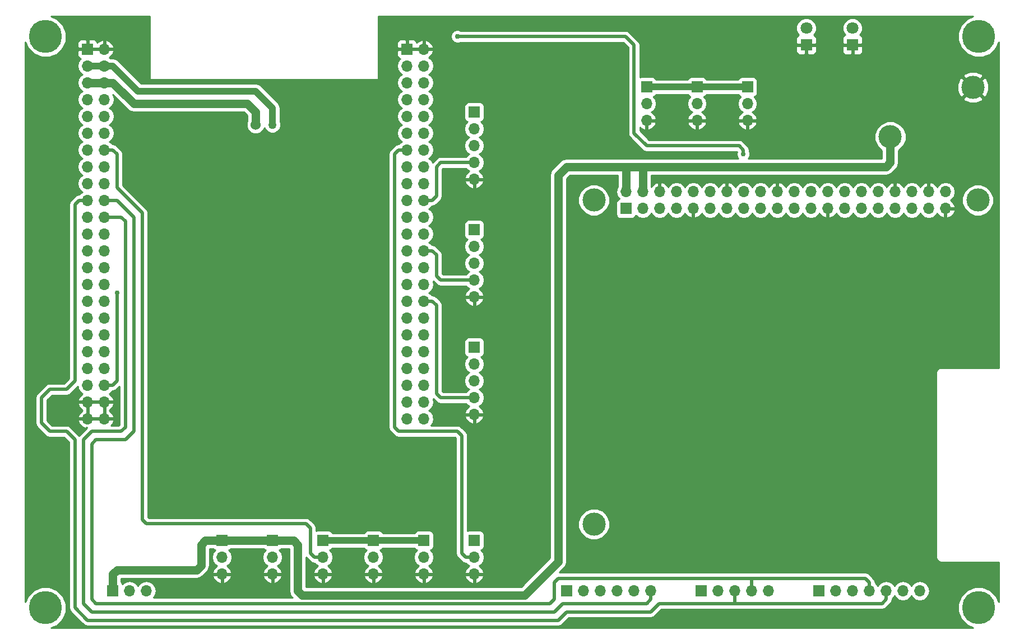
<source format=gbr>
G04 #@! TF.FileFunction,Copper,L2,Bot,Signal*
%FSLAX46Y46*%
G04 Gerber Fmt 4.6, Leading zero omitted, Abs format (unit mm)*
G04 Created by KiCad (PCBNEW 4.0.3-stable) date 05/01/17 14:31:29*
%MOMM*%
%LPD*%
G01*
G04 APERTURE LIST*
%ADD10C,0.100000*%
%ADD11C,1.524000*%
%ADD12R,1.700000X1.700000*%
%ADD13O,1.700000X1.700000*%
%ADD14R,1.800000X1.800000*%
%ADD15C,1.800000*%
%ADD16C,3.500000*%
%ADD17C,5.000000*%
%ADD18C,1.270000*%
%ADD19C,0.762000*%
%ADD20C,1.270000*%
%ADD21C,1.016000*%
%ADD22C,0.508000*%
%ADD23C,0.254000*%
G04 APERTURE END LIST*
D10*
D11*
X39370000Y-81915000D03*
X118110000Y-43180000D03*
D12*
X44450000Y-27305000D03*
D13*
X46990000Y-27305000D03*
X44450000Y-29845000D03*
X46990000Y-29845000D03*
X44450000Y-32385000D03*
X46990000Y-32385000D03*
X44450000Y-34925000D03*
X46990000Y-34925000D03*
X44450000Y-37465000D03*
X46990000Y-37465000D03*
X44450000Y-40005000D03*
X46990000Y-40005000D03*
X44450000Y-42545000D03*
X46990000Y-42545000D03*
X44450000Y-45085000D03*
X46990000Y-45085000D03*
X44450000Y-47625000D03*
X46990000Y-47625000D03*
X44450000Y-50165000D03*
X46990000Y-50165000D03*
X44450000Y-52705000D03*
X46990000Y-52705000D03*
X44450000Y-55245000D03*
X46990000Y-55245000D03*
X44450000Y-57785000D03*
X46990000Y-57785000D03*
X44450000Y-60325000D03*
X46990000Y-60325000D03*
X44450000Y-62865000D03*
X46990000Y-62865000D03*
X44450000Y-65405000D03*
X46990000Y-65405000D03*
X44450000Y-67945000D03*
X46990000Y-67945000D03*
X44450000Y-70485000D03*
X46990000Y-70485000D03*
X44450000Y-73025000D03*
X46990000Y-73025000D03*
X44450000Y-75565000D03*
X46990000Y-75565000D03*
X44450000Y-78105000D03*
X46990000Y-78105000D03*
X44450000Y-80645000D03*
X46990000Y-80645000D03*
X44450000Y-83185000D03*
X46990000Y-83185000D03*
D12*
X92710000Y-27305000D03*
D13*
X95250000Y-27305000D03*
X92710000Y-29845000D03*
X95250000Y-29845000D03*
X92710000Y-32385000D03*
X95250000Y-32385000D03*
X92710000Y-34925000D03*
X95250000Y-34925000D03*
X92710000Y-37465000D03*
X95250000Y-37465000D03*
X92710000Y-40005000D03*
X95250000Y-40005000D03*
X92710000Y-42545000D03*
X95250000Y-42545000D03*
X92710000Y-45085000D03*
X95250000Y-45085000D03*
X92710000Y-47625000D03*
X95250000Y-47625000D03*
X92710000Y-50165000D03*
X95250000Y-50165000D03*
X92710000Y-52705000D03*
X95250000Y-52705000D03*
X92710000Y-55245000D03*
X95250000Y-55245000D03*
X92710000Y-57785000D03*
X95250000Y-57785000D03*
X92710000Y-60325000D03*
X95250000Y-60325000D03*
X92710000Y-62865000D03*
X95250000Y-62865000D03*
X92710000Y-65405000D03*
X95250000Y-65405000D03*
X92710000Y-67945000D03*
X95250000Y-67945000D03*
X92710000Y-70485000D03*
X95250000Y-70485000D03*
X92710000Y-73025000D03*
X95250000Y-73025000D03*
X92710000Y-75565000D03*
X95250000Y-75565000D03*
X92710000Y-78105000D03*
X95250000Y-78105000D03*
X92710000Y-80645000D03*
X95250000Y-80645000D03*
X92710000Y-83185000D03*
X95250000Y-83185000D03*
D12*
X116840000Y-109220000D03*
D13*
X119380000Y-109220000D03*
X121920000Y-109220000D03*
X124460000Y-109220000D03*
X127000000Y-109220000D03*
X129540000Y-109220000D03*
D12*
X154940000Y-109220000D03*
D13*
X157480000Y-109220000D03*
X160020000Y-109220000D03*
X162560000Y-109220000D03*
X165100000Y-109220000D03*
X167640000Y-109220000D03*
X170180000Y-109220000D03*
D12*
X137160000Y-109220000D03*
D13*
X139700000Y-109220000D03*
X142240000Y-109220000D03*
X144780000Y-109220000D03*
X147320000Y-109220000D03*
D12*
X125806200Y-51422300D03*
D13*
X125806200Y-48882300D03*
X128346200Y-51422300D03*
X128346200Y-48882300D03*
X130886200Y-51422300D03*
X130886200Y-48882300D03*
X133426200Y-51422300D03*
X133426200Y-48882300D03*
X135966200Y-51422300D03*
X135966200Y-48882300D03*
X138506200Y-51422300D03*
X138506200Y-48882300D03*
X141046200Y-51422300D03*
X141046200Y-48882300D03*
X143586200Y-51422300D03*
X143586200Y-48882300D03*
X146126200Y-51422300D03*
X146126200Y-48882300D03*
X148666200Y-51422300D03*
X148666200Y-48882300D03*
X151206200Y-51422300D03*
X151206200Y-48882300D03*
X153746200Y-51422300D03*
X153746200Y-48882300D03*
X156286200Y-51422300D03*
X156286200Y-48882300D03*
X158826200Y-51422300D03*
X158826200Y-48882300D03*
X161366200Y-51422300D03*
X161366200Y-48882300D03*
X163906200Y-51422300D03*
X163906200Y-48882300D03*
X166446200Y-51422300D03*
X166446200Y-48882300D03*
X168986200Y-51422300D03*
X168986200Y-48882300D03*
X171526200Y-51422300D03*
X171526200Y-48882300D03*
X174066200Y-51422300D03*
X174066200Y-48882300D03*
D14*
X153035000Y-26670000D03*
D15*
X153035000Y-24130000D03*
D14*
X160020000Y-26670000D03*
D15*
X160020000Y-24130000D03*
D12*
X102870000Y-54610000D03*
D13*
X102870000Y-57150000D03*
X102870000Y-59690000D03*
X102870000Y-62230000D03*
X102870000Y-64770000D03*
D12*
X102870000Y-36830000D03*
D13*
X102870000Y-39370000D03*
X102870000Y-41910000D03*
X102870000Y-44450000D03*
X102870000Y-46990000D03*
D12*
X144145000Y-33020000D03*
D13*
X144145000Y-35560000D03*
X144145000Y-38100000D03*
D12*
X136525000Y-33020000D03*
D13*
X136525000Y-35560000D03*
X136525000Y-38100000D03*
D12*
X128905000Y-33020000D03*
D13*
X128905000Y-35560000D03*
X128905000Y-38100000D03*
D12*
X102870000Y-72390000D03*
D13*
X102870000Y-74930000D03*
X102870000Y-77470000D03*
X102870000Y-80010000D03*
X102870000Y-82550000D03*
D12*
X102870000Y-101600000D03*
D13*
X102870000Y-104140000D03*
X102870000Y-106680000D03*
D12*
X95250000Y-101600000D03*
D13*
X95250000Y-104140000D03*
X95250000Y-106680000D03*
D12*
X87630000Y-101600000D03*
D13*
X87630000Y-104140000D03*
X87630000Y-106680000D03*
D12*
X80010000Y-101600000D03*
D13*
X80010000Y-104140000D03*
X80010000Y-106680000D03*
D12*
X48260000Y-109220000D03*
D13*
X50800000Y-109220000D03*
X53340000Y-109220000D03*
D16*
X178230000Y-33080000D03*
X165730000Y-40580000D03*
D11*
X61595000Y-67945000D03*
X80645000Y-67945000D03*
X149860000Y-74930000D03*
X80645000Y-75565000D03*
X61595000Y-75565000D03*
X124460000Y-37465000D03*
D16*
X120950000Y-99150000D03*
X120950000Y-50150000D03*
X178950000Y-50150000D03*
D17*
X179070000Y-111760000D03*
X38100000Y-111760000D03*
X38100000Y-25400000D03*
X179070000Y-25400000D03*
D12*
X72390000Y-101600000D03*
D13*
X72390000Y-104140000D03*
X72390000Y-106680000D03*
D12*
X64770000Y-101600000D03*
D13*
X64770000Y-104140000D03*
X64770000Y-106680000D03*
D11*
X69850000Y-38735000D03*
D18*
X72390000Y-38735000D03*
D19*
X143510000Y-43180000D03*
X100330000Y-25400000D03*
X48895000Y-64135000D03*
D20*
X48895000Y-106045000D02*
X60960000Y-106045000D01*
X62230000Y-101600000D02*
X61595000Y-102235000D01*
X61595000Y-102235000D02*
X61595000Y-105410000D01*
X61595000Y-105410000D02*
X60960000Y-106045000D01*
X48895000Y-106045000D02*
X48260000Y-106680000D01*
X48260000Y-109220000D02*
X48260000Y-106680000D01*
X62230000Y-101600000D02*
X64770000Y-101600000D01*
X68580000Y-35560000D02*
X69850000Y-36830000D01*
X69850000Y-36830000D02*
X69850000Y-38735000D01*
X46990000Y-32385000D02*
X48260000Y-32385000D01*
X53975000Y-35560000D02*
X68580000Y-35560000D01*
X48260000Y-32385000D02*
X51435000Y-35560000D01*
X53975000Y-35560000D02*
X51435000Y-35560000D01*
X114300000Y-106045000D02*
X110490000Y-109855000D01*
X110490000Y-109855000D02*
X102235000Y-109855000D01*
X102235000Y-109855000D02*
X76835000Y-109855000D01*
X76835000Y-109855000D02*
X76200000Y-109220000D01*
X76200000Y-109220000D02*
X76200000Y-102235000D01*
X76200000Y-102235000D02*
X75565000Y-101600000D01*
X75565000Y-101600000D02*
X72390000Y-101600000D01*
X114300000Y-106045000D02*
X115570000Y-104775000D01*
X115570000Y-104775000D02*
X115570000Y-46355000D01*
X115570000Y-46355000D02*
X116840000Y-45085000D01*
X116840000Y-45085000D02*
X123825000Y-45085000D01*
X125730000Y-45085000D02*
X123825000Y-45085000D01*
X64770000Y-101600000D02*
X72390000Y-101600000D01*
X44450000Y-32385000D02*
X46990000Y-32385000D01*
X125806200Y-48882300D02*
X125806200Y-45085000D01*
X125806200Y-45085000D02*
X125730000Y-45085000D01*
X128346200Y-45085000D02*
X125730000Y-45085000D01*
X128346200Y-48882300D02*
X128346200Y-45085000D01*
X165730000Y-44455000D02*
X165100000Y-45085000D01*
X165100000Y-45085000D02*
X128270000Y-45085000D01*
X165730000Y-44455000D02*
X165730000Y-40580000D01*
X128346200Y-45085000D02*
X128270000Y-45085000D01*
D21*
X136525000Y-33020000D02*
X137795000Y-33020000D01*
X137795000Y-33020000D02*
X144145000Y-33020000D01*
X136525000Y-33020000D02*
X128905000Y-33020000D01*
X87630000Y-101600000D02*
X80010000Y-101600000D01*
X87630000Y-101600000D02*
X95250000Y-101600000D01*
X54610000Y-33655000D02*
X52070000Y-33655000D01*
X67310000Y-33655000D02*
X69850000Y-33655000D01*
X54610000Y-33655000D02*
X67310000Y-33655000D01*
X50800000Y-32385000D02*
X52070000Y-33655000D01*
X48260000Y-29845000D02*
X50800000Y-32385000D01*
X72390000Y-36195000D02*
X72390000Y-38735000D01*
X69850000Y-33655000D02*
X72390000Y-36195000D01*
X48260000Y-29845000D02*
X46990000Y-29845000D01*
X44450000Y-29845000D02*
X46990000Y-29845000D01*
D22*
X42545000Y-86360000D02*
X41275000Y-85090000D01*
X41275000Y-78740000D02*
X42545000Y-77470000D01*
X38735000Y-78740000D02*
X41275000Y-78740000D01*
X37465000Y-80010000D02*
X38735000Y-78740000D01*
X37465000Y-83820000D02*
X37465000Y-80010000D01*
X38735000Y-85090000D02*
X37465000Y-83820000D01*
X41275000Y-85090000D02*
X38735000Y-85090000D01*
X109855000Y-113665000D02*
X107315000Y-113665000D01*
X42545000Y-111760000D02*
X42545000Y-106680000D01*
X44450000Y-113665000D02*
X42545000Y-111760000D01*
X107315000Y-113665000D02*
X44450000Y-113665000D01*
X115570000Y-113665000D02*
X109855000Y-113665000D01*
X43180000Y-50165000D02*
X42545000Y-50800000D01*
X42545000Y-50800000D02*
X42545000Y-77470000D01*
X44450000Y-50165000D02*
X43180000Y-50165000D01*
X42545000Y-86360000D02*
X42545000Y-106680000D01*
X116840000Y-112395000D02*
X129540000Y-112395000D01*
X129540000Y-112395000D02*
X130810000Y-111125000D01*
X130810000Y-111125000D02*
X142240000Y-111125000D01*
X115570000Y-113665000D02*
X116840000Y-112395000D01*
X142240000Y-111125000D02*
X164465000Y-111125000D01*
X164465000Y-111125000D02*
X165100000Y-110490000D01*
X165100000Y-110490000D02*
X165100000Y-109220000D01*
X142240000Y-111125000D02*
X142240000Y-109220000D01*
X51435000Y-52705000D02*
X48895000Y-50165000D01*
X144780000Y-107315000D02*
X115570000Y-107315000D01*
X114935000Y-110490000D02*
X114300000Y-111125000D01*
X114935000Y-107950000D02*
X114935000Y-110490000D01*
X115570000Y-107315000D02*
X114935000Y-107950000D01*
X45720000Y-111125000D02*
X45085000Y-110490000D01*
X51435000Y-52705000D02*
X51435000Y-85090000D01*
X45085000Y-110490000D02*
X45085000Y-86995000D01*
X45085000Y-86995000D02*
X45720000Y-86360000D01*
X45720000Y-86360000D02*
X50165000Y-86360000D01*
X50165000Y-86360000D02*
X51435000Y-85090000D01*
X111760000Y-111125000D02*
X45720000Y-111125000D01*
X114300000Y-111125000D02*
X111760000Y-111125000D01*
X48895000Y-50165000D02*
X46990000Y-50165000D01*
X144780000Y-109220000D02*
X144780000Y-107315000D01*
X162560000Y-107950000D02*
X161925000Y-107315000D01*
X162560000Y-107950000D02*
X162560000Y-109220000D01*
X161925000Y-107315000D02*
X144780000Y-107315000D01*
X46990000Y-50165000D02*
X47625000Y-50165000D01*
X112395000Y-112395000D02*
X114935000Y-112395000D01*
X129540000Y-109220000D02*
X129540000Y-110490000D01*
X43815000Y-88265000D02*
X43815000Y-111125000D01*
X49530000Y-52705000D02*
X50165000Y-53340000D01*
X50165000Y-53340000D02*
X50165000Y-84455000D01*
X50165000Y-84455000D02*
X49530000Y-85090000D01*
X49530000Y-85090000D02*
X45085000Y-85090000D01*
X45085000Y-85090000D02*
X43815000Y-86360000D01*
X43815000Y-86360000D02*
X43815000Y-88265000D01*
X49530000Y-52705000D02*
X46990000Y-52705000D01*
X45085000Y-112395000D02*
X112395000Y-112395000D01*
X43815000Y-111125000D02*
X45085000Y-112395000D01*
X116205000Y-111125000D02*
X128905000Y-111125000D01*
X128905000Y-111125000D02*
X129540000Y-110490000D01*
X114935000Y-112395000D02*
X116205000Y-111125000D01*
X102870000Y-104140000D02*
X101600000Y-104140000D01*
X91440000Y-42545000D02*
X92710000Y-42545000D01*
X90805000Y-43180000D02*
X91440000Y-42545000D01*
X90805000Y-84455000D02*
X90805000Y-43180000D01*
X91440000Y-85090000D02*
X90805000Y-84455000D01*
X100330000Y-85090000D02*
X91440000Y-85090000D01*
X100965000Y-85725000D02*
X100330000Y-85090000D01*
X100965000Y-103505000D02*
X100965000Y-85725000D01*
X101600000Y-104140000D02*
X100965000Y-103505000D01*
X102870000Y-44450000D02*
X97790000Y-44450000D01*
X96520000Y-50165000D02*
X95250000Y-50165000D01*
X97155000Y-49530000D02*
X96520000Y-50165000D01*
X97155000Y-45085000D02*
X97155000Y-49530000D01*
X97790000Y-44450000D02*
X97155000Y-45085000D01*
X102870000Y-62230000D02*
X97790000Y-62230000D01*
X96520000Y-57785000D02*
X95250000Y-57785000D01*
X97155000Y-58420000D02*
X96520000Y-57785000D01*
X97155000Y-61595000D02*
X97155000Y-58420000D01*
X97790000Y-62230000D02*
X97155000Y-61595000D01*
X96520000Y-65405000D02*
X95250000Y-65405000D01*
X97155000Y-66040000D02*
X96520000Y-65405000D01*
X97155000Y-79375000D02*
X97155000Y-66040000D01*
X97790000Y-80010000D02*
X97155000Y-79375000D01*
X102870000Y-80010000D02*
X97790000Y-80010000D01*
X46990000Y-42545000D02*
X48260000Y-42545000D01*
X78740000Y-104140000D02*
X80010000Y-104140000D01*
X78105000Y-103505000D02*
X78740000Y-104140000D01*
X78105000Y-99695000D02*
X78105000Y-103505000D01*
X77470000Y-99060000D02*
X78105000Y-99695000D01*
X53340000Y-99060000D02*
X77470000Y-99060000D01*
X52705000Y-98425000D02*
X53340000Y-99060000D01*
X52705000Y-52070000D02*
X52705000Y-98425000D01*
X48895000Y-48260000D02*
X52705000Y-52070000D01*
X48895000Y-43180000D02*
X48895000Y-48260000D01*
X48260000Y-42545000D02*
X48895000Y-43180000D01*
X127000000Y-33020000D02*
X127000000Y-26670000D01*
X143510000Y-42545000D02*
X143510000Y-43180000D01*
X142875000Y-41910000D02*
X143510000Y-42545000D01*
X128905000Y-41910000D02*
X142875000Y-41910000D01*
X127000000Y-40005000D02*
X128905000Y-41910000D01*
X127000000Y-33020000D02*
X127000000Y-40005000D01*
X125730000Y-25400000D02*
X100330000Y-25400000D01*
X127000000Y-26670000D02*
X125730000Y-25400000D01*
X46990000Y-78105000D02*
X48260000Y-78105000D01*
X48895000Y-77470000D02*
X48895000Y-64135000D01*
X48260000Y-78105000D02*
X48895000Y-77470000D01*
D23*
G36*
X53848000Y-31750000D02*
X53858006Y-31799410D01*
X53886447Y-31841035D01*
X53928841Y-31868315D01*
X53975000Y-31877000D01*
X88265000Y-31877000D01*
X88314410Y-31866994D01*
X88356035Y-31838553D01*
X88383315Y-31796159D01*
X88392000Y-31750000D01*
X88392000Y-26328690D01*
X91225000Y-26328690D01*
X91225000Y-27019250D01*
X91383750Y-27178000D01*
X92583000Y-27178000D01*
X92583000Y-25978750D01*
X92837000Y-25978750D01*
X92837000Y-27178000D01*
X95123000Y-27178000D01*
X95123000Y-25984181D01*
X95377000Y-25984181D01*
X95377000Y-27178000D01*
X96570155Y-27178000D01*
X96691476Y-26948110D01*
X96521645Y-26538076D01*
X96131358Y-26109817D01*
X95606892Y-25863514D01*
X95377000Y-25984181D01*
X95123000Y-25984181D01*
X94893108Y-25863514D01*
X94368642Y-26109817D01*
X94186930Y-26309208D01*
X94098327Y-26095301D01*
X93919698Y-25916673D01*
X93686309Y-25820000D01*
X92995750Y-25820000D01*
X92837000Y-25978750D01*
X92583000Y-25978750D01*
X92424250Y-25820000D01*
X91733691Y-25820000D01*
X91500302Y-25916673D01*
X91321673Y-26095301D01*
X91225000Y-26328690D01*
X88392000Y-26328690D01*
X88392000Y-22352000D01*
X178237275Y-22352000D01*
X177296485Y-22740727D01*
X176413826Y-23621847D01*
X175935546Y-24773674D01*
X175934457Y-26020854D01*
X176410727Y-27173515D01*
X177291847Y-28056174D01*
X178443674Y-28534454D01*
X179690854Y-28535543D01*
X180843515Y-28059273D01*
X181726174Y-27178153D01*
X182118000Y-26234531D01*
X182118000Y-75490000D01*
X173355000Y-75490000D01*
X173083295Y-75544046D01*
X172852954Y-75697954D01*
X172699046Y-75928295D01*
X172645000Y-76200000D01*
X172645000Y-104140000D01*
X172699046Y-104411705D01*
X172852954Y-104642046D01*
X173083295Y-104795954D01*
X173355000Y-104850000D01*
X182118000Y-104850000D01*
X182118000Y-110927275D01*
X181729273Y-109986485D01*
X180848153Y-109103826D01*
X179696326Y-108625546D01*
X178449146Y-108624457D01*
X177296485Y-109100727D01*
X176413826Y-109981847D01*
X175935546Y-111133674D01*
X175934457Y-112380854D01*
X176410727Y-113533515D01*
X177291847Y-114416174D01*
X178235469Y-114808000D01*
X38932725Y-114808000D01*
X39873515Y-114419273D01*
X40756174Y-113538153D01*
X41234454Y-112386326D01*
X41235543Y-111139146D01*
X40759273Y-109986485D01*
X39878153Y-109103826D01*
X38726326Y-108625546D01*
X37479146Y-108624457D01*
X36326485Y-109100727D01*
X35443826Y-109981847D01*
X35052000Y-110925469D01*
X35052000Y-80010000D01*
X36576000Y-80010000D01*
X36576000Y-83820000D01*
X36643671Y-84160206D01*
X36790655Y-84380183D01*
X36836382Y-84448618D01*
X38106382Y-85718618D01*
X38394794Y-85911329D01*
X38735000Y-85979000D01*
X40906764Y-85979000D01*
X41656000Y-86728236D01*
X41656000Y-111760000D01*
X41723671Y-112100206D01*
X41911194Y-112380854D01*
X41916382Y-112388618D01*
X43821382Y-114293618D01*
X44109794Y-114486329D01*
X44450000Y-114554000D01*
X115570000Y-114554000D01*
X115910206Y-114486329D01*
X116198618Y-114293618D01*
X117208236Y-113284000D01*
X129540000Y-113284000D01*
X129880206Y-113216329D01*
X130168618Y-113023618D01*
X131178236Y-112014000D01*
X164465000Y-112014000D01*
X164805206Y-111946329D01*
X165093618Y-111753618D01*
X165728618Y-111118618D01*
X165921330Y-110830205D01*
X165989000Y-110490000D01*
X165989000Y-110406760D01*
X166150054Y-110299147D01*
X166370000Y-109969974D01*
X166589946Y-110299147D01*
X167071715Y-110621054D01*
X167640000Y-110734093D01*
X168208285Y-110621054D01*
X168690054Y-110299147D01*
X168910000Y-109969974D01*
X169129946Y-110299147D01*
X169611715Y-110621054D01*
X170180000Y-110734093D01*
X170748285Y-110621054D01*
X171230054Y-110299147D01*
X171551961Y-109817378D01*
X171665000Y-109249093D01*
X171665000Y-109190907D01*
X171551961Y-108622622D01*
X171230054Y-108140853D01*
X170748285Y-107818946D01*
X170180000Y-107705907D01*
X169611715Y-107818946D01*
X169129946Y-108140853D01*
X168910000Y-108470026D01*
X168690054Y-108140853D01*
X168208285Y-107818946D01*
X167640000Y-107705907D01*
X167071715Y-107818946D01*
X166589946Y-108140853D01*
X166370000Y-108470026D01*
X166150054Y-108140853D01*
X165668285Y-107818946D01*
X165100000Y-107705907D01*
X164531715Y-107818946D01*
X164049946Y-108140853D01*
X163830000Y-108470026D01*
X163610054Y-108140853D01*
X163449000Y-108033240D01*
X163449000Y-107950000D01*
X163422932Y-107818946D01*
X163381330Y-107609795D01*
X163188618Y-107321382D01*
X162553618Y-106686382D01*
X162544067Y-106680000D01*
X162265206Y-106493671D01*
X161925000Y-106426000D01*
X115715052Y-106426000D01*
X116468023Y-105673028D01*
X116468026Y-105673026D01*
X116743327Y-105261008D01*
X116840000Y-104775000D01*
X116840000Y-99622325D01*
X118564587Y-99622325D01*
X118926916Y-100499229D01*
X119597242Y-101170726D01*
X120473513Y-101534585D01*
X121422325Y-101535413D01*
X122299229Y-101173084D01*
X122970726Y-100502758D01*
X123334585Y-99626487D01*
X123335413Y-98677675D01*
X122973084Y-97800771D01*
X122302758Y-97129274D01*
X121426487Y-96765415D01*
X120477675Y-96764587D01*
X119600771Y-97126916D01*
X118929274Y-97797242D01*
X118565415Y-98673513D01*
X118564587Y-99622325D01*
X116840000Y-99622325D01*
X116840000Y-50622325D01*
X118564587Y-50622325D01*
X118926916Y-51499229D01*
X119597242Y-52170726D01*
X120473513Y-52534585D01*
X121422325Y-52535413D01*
X122299229Y-52173084D01*
X122970726Y-51502758D01*
X123334585Y-50626487D01*
X123335413Y-49677675D01*
X122973084Y-48800771D01*
X122302758Y-48129274D01*
X121426487Y-47765415D01*
X120477675Y-47764587D01*
X119600771Y-48126916D01*
X118929274Y-48797242D01*
X118565415Y-49673513D01*
X118564587Y-50622325D01*
X116840000Y-50622325D01*
X116840000Y-46881052D01*
X117366051Y-46355000D01*
X124536200Y-46355000D01*
X124536200Y-48132326D01*
X124434239Y-48284922D01*
X124321200Y-48853207D01*
X124321200Y-48911393D01*
X124434239Y-49479678D01*
X124756146Y-49961447D01*
X124757379Y-49962271D01*
X124720883Y-49969138D01*
X124504759Y-50108210D01*
X124359769Y-50320410D01*
X124308760Y-50572300D01*
X124308760Y-52272300D01*
X124353038Y-52507617D01*
X124492110Y-52723741D01*
X124704310Y-52868731D01*
X124956200Y-52919740D01*
X126656200Y-52919740D01*
X126891517Y-52875462D01*
X127107641Y-52736390D01*
X127252631Y-52524190D01*
X127266286Y-52456759D01*
X127296146Y-52501447D01*
X127777915Y-52823354D01*
X128346200Y-52936393D01*
X128914485Y-52823354D01*
X129396254Y-52501447D01*
X129616200Y-52172274D01*
X129836146Y-52501447D01*
X130317915Y-52823354D01*
X130886200Y-52936393D01*
X131454485Y-52823354D01*
X131936254Y-52501447D01*
X132156200Y-52172274D01*
X132376146Y-52501447D01*
X132857915Y-52823354D01*
X133426200Y-52936393D01*
X133994485Y-52823354D01*
X134476254Y-52501447D01*
X134703902Y-52160747D01*
X134771017Y-52303658D01*
X135199276Y-52693945D01*
X135609310Y-52863776D01*
X135839200Y-52742455D01*
X135839200Y-51549300D01*
X135819200Y-51549300D01*
X135819200Y-51295300D01*
X135839200Y-51295300D01*
X135839200Y-51275300D01*
X136093200Y-51275300D01*
X136093200Y-51295300D01*
X136113200Y-51295300D01*
X136113200Y-51549300D01*
X136093200Y-51549300D01*
X136093200Y-52742455D01*
X136323090Y-52863776D01*
X136733124Y-52693945D01*
X137161383Y-52303658D01*
X137228498Y-52160747D01*
X137456146Y-52501447D01*
X137937915Y-52823354D01*
X138506200Y-52936393D01*
X139074485Y-52823354D01*
X139556254Y-52501447D01*
X139776200Y-52172274D01*
X139996146Y-52501447D01*
X140477915Y-52823354D01*
X141046200Y-52936393D01*
X141614485Y-52823354D01*
X142096254Y-52501447D01*
X142316200Y-52172274D01*
X142536146Y-52501447D01*
X143017915Y-52823354D01*
X143586200Y-52936393D01*
X144154485Y-52823354D01*
X144636254Y-52501447D01*
X144856200Y-52172274D01*
X145076146Y-52501447D01*
X145557915Y-52823354D01*
X146126200Y-52936393D01*
X146694485Y-52823354D01*
X147176254Y-52501447D01*
X147396200Y-52172274D01*
X147616146Y-52501447D01*
X148097915Y-52823354D01*
X148666200Y-52936393D01*
X149234485Y-52823354D01*
X149716254Y-52501447D01*
X149936200Y-52172274D01*
X150156146Y-52501447D01*
X150637915Y-52823354D01*
X151206200Y-52936393D01*
X151774485Y-52823354D01*
X152256254Y-52501447D01*
X152476200Y-52172274D01*
X152696146Y-52501447D01*
X153177915Y-52823354D01*
X153746200Y-52936393D01*
X154314485Y-52823354D01*
X154796254Y-52501447D01*
X155023902Y-52160747D01*
X155091017Y-52303658D01*
X155519276Y-52693945D01*
X155929310Y-52863776D01*
X156159200Y-52742455D01*
X156159200Y-51549300D01*
X156139200Y-51549300D01*
X156139200Y-51295300D01*
X156159200Y-51295300D01*
X156159200Y-51275300D01*
X156413200Y-51275300D01*
X156413200Y-51295300D01*
X156433200Y-51295300D01*
X156433200Y-51549300D01*
X156413200Y-51549300D01*
X156413200Y-52742455D01*
X156643090Y-52863776D01*
X157053124Y-52693945D01*
X157481383Y-52303658D01*
X157548498Y-52160747D01*
X157776146Y-52501447D01*
X158257915Y-52823354D01*
X158826200Y-52936393D01*
X159394485Y-52823354D01*
X159876254Y-52501447D01*
X160096200Y-52172274D01*
X160316146Y-52501447D01*
X160797915Y-52823354D01*
X161366200Y-52936393D01*
X161934485Y-52823354D01*
X162416254Y-52501447D01*
X162636200Y-52172274D01*
X162856146Y-52501447D01*
X163337915Y-52823354D01*
X163906200Y-52936393D01*
X164474485Y-52823354D01*
X164956254Y-52501447D01*
X165176200Y-52172274D01*
X165396146Y-52501447D01*
X165877915Y-52823354D01*
X166446200Y-52936393D01*
X167014485Y-52823354D01*
X167496254Y-52501447D01*
X167716200Y-52172274D01*
X167936146Y-52501447D01*
X168417915Y-52823354D01*
X168986200Y-52936393D01*
X169554485Y-52823354D01*
X170036254Y-52501447D01*
X170256200Y-52172274D01*
X170476146Y-52501447D01*
X170957915Y-52823354D01*
X171526200Y-52936393D01*
X172094485Y-52823354D01*
X172576254Y-52501447D01*
X172803902Y-52160747D01*
X172871017Y-52303658D01*
X173299276Y-52693945D01*
X173709310Y-52863776D01*
X173939200Y-52742455D01*
X173939200Y-51549300D01*
X174193200Y-51549300D01*
X174193200Y-52742455D01*
X174423090Y-52863776D01*
X174833124Y-52693945D01*
X175261383Y-52303658D01*
X175507686Y-51779192D01*
X175387019Y-51549300D01*
X174193200Y-51549300D01*
X173939200Y-51549300D01*
X173919200Y-51549300D01*
X173919200Y-51295300D01*
X173939200Y-51295300D01*
X173939200Y-51275300D01*
X174193200Y-51275300D01*
X174193200Y-51295300D01*
X175387019Y-51295300D01*
X175507686Y-51065408D01*
X175299603Y-50622325D01*
X176564587Y-50622325D01*
X176926916Y-51499229D01*
X177597242Y-52170726D01*
X178473513Y-52534585D01*
X179422325Y-52535413D01*
X180299229Y-52173084D01*
X180970726Y-51502758D01*
X181334585Y-50626487D01*
X181335413Y-49677675D01*
X180973084Y-48800771D01*
X180302758Y-48129274D01*
X179426487Y-47765415D01*
X178477675Y-47764587D01*
X177600771Y-48126916D01*
X176929274Y-48797242D01*
X176565415Y-49673513D01*
X176564587Y-50622325D01*
X175299603Y-50622325D01*
X175261383Y-50540942D01*
X174833124Y-50150655D01*
X174833099Y-50150645D01*
X175116254Y-49961447D01*
X175438161Y-49479678D01*
X175551200Y-48911393D01*
X175551200Y-48853207D01*
X175438161Y-48284922D01*
X175116254Y-47803153D01*
X174634485Y-47481246D01*
X174066200Y-47368207D01*
X173497915Y-47481246D01*
X173016146Y-47803153D01*
X172788498Y-48143853D01*
X172721383Y-48000942D01*
X172293124Y-47610655D01*
X171883090Y-47440824D01*
X171653200Y-47562145D01*
X171653200Y-48755300D01*
X171673200Y-48755300D01*
X171673200Y-49009300D01*
X171653200Y-49009300D01*
X171653200Y-49029300D01*
X171399200Y-49029300D01*
X171399200Y-49009300D01*
X171379200Y-49009300D01*
X171379200Y-48755300D01*
X171399200Y-48755300D01*
X171399200Y-47562145D01*
X171169310Y-47440824D01*
X170759276Y-47610655D01*
X170331017Y-48000942D01*
X170263902Y-48143853D01*
X170036254Y-47803153D01*
X169554485Y-47481246D01*
X168986200Y-47368207D01*
X168417915Y-47481246D01*
X167936146Y-47803153D01*
X167708498Y-48143853D01*
X167641383Y-48000942D01*
X167213124Y-47610655D01*
X166803090Y-47440824D01*
X166573200Y-47562145D01*
X166573200Y-48755300D01*
X166593200Y-48755300D01*
X166593200Y-49009300D01*
X166573200Y-49009300D01*
X166573200Y-49029300D01*
X166319200Y-49029300D01*
X166319200Y-49009300D01*
X166299200Y-49009300D01*
X166299200Y-48755300D01*
X166319200Y-48755300D01*
X166319200Y-47562145D01*
X166089310Y-47440824D01*
X165679276Y-47610655D01*
X165251017Y-48000942D01*
X165183902Y-48143853D01*
X164956254Y-47803153D01*
X164474485Y-47481246D01*
X163906200Y-47368207D01*
X163337915Y-47481246D01*
X162856146Y-47803153D01*
X162636200Y-48132326D01*
X162416254Y-47803153D01*
X161934485Y-47481246D01*
X161366200Y-47368207D01*
X160797915Y-47481246D01*
X160316146Y-47803153D01*
X160096200Y-48132326D01*
X159876254Y-47803153D01*
X159394485Y-47481246D01*
X158826200Y-47368207D01*
X158257915Y-47481246D01*
X157776146Y-47803153D01*
X157556200Y-48132326D01*
X157336254Y-47803153D01*
X156854485Y-47481246D01*
X156286200Y-47368207D01*
X155717915Y-47481246D01*
X155236146Y-47803153D01*
X155016200Y-48132326D01*
X154796254Y-47803153D01*
X154314485Y-47481246D01*
X153746200Y-47368207D01*
X153177915Y-47481246D01*
X152696146Y-47803153D01*
X152476200Y-48132326D01*
X152256254Y-47803153D01*
X151774485Y-47481246D01*
X151206200Y-47368207D01*
X150637915Y-47481246D01*
X150156146Y-47803153D01*
X149928498Y-48143853D01*
X149861383Y-48000942D01*
X149433124Y-47610655D01*
X149023090Y-47440824D01*
X148793200Y-47562145D01*
X148793200Y-48755300D01*
X148813200Y-48755300D01*
X148813200Y-49009300D01*
X148793200Y-49009300D01*
X148793200Y-49029300D01*
X148539200Y-49029300D01*
X148539200Y-49009300D01*
X148519200Y-49009300D01*
X148519200Y-48755300D01*
X148539200Y-48755300D01*
X148539200Y-47562145D01*
X148309310Y-47440824D01*
X147899276Y-47610655D01*
X147471017Y-48000942D01*
X147403902Y-48143853D01*
X147176254Y-47803153D01*
X146694485Y-47481246D01*
X146126200Y-47368207D01*
X145557915Y-47481246D01*
X145076146Y-47803153D01*
X144856200Y-48132326D01*
X144636254Y-47803153D01*
X144154485Y-47481246D01*
X143586200Y-47368207D01*
X143017915Y-47481246D01*
X142536146Y-47803153D01*
X142308498Y-48143853D01*
X142241383Y-48000942D01*
X141813124Y-47610655D01*
X141403090Y-47440824D01*
X141173200Y-47562145D01*
X141173200Y-48755300D01*
X141193200Y-48755300D01*
X141193200Y-49009300D01*
X141173200Y-49009300D01*
X141173200Y-49029300D01*
X140919200Y-49029300D01*
X140919200Y-49009300D01*
X140899200Y-49009300D01*
X140899200Y-48755300D01*
X140919200Y-48755300D01*
X140919200Y-47562145D01*
X140689310Y-47440824D01*
X140279276Y-47610655D01*
X139851017Y-48000942D01*
X139783902Y-48143853D01*
X139556254Y-47803153D01*
X139074485Y-47481246D01*
X138506200Y-47368207D01*
X137937915Y-47481246D01*
X137456146Y-47803153D01*
X137236200Y-48132326D01*
X137016254Y-47803153D01*
X136534485Y-47481246D01*
X135966200Y-47368207D01*
X135397915Y-47481246D01*
X134916146Y-47803153D01*
X134696200Y-48132326D01*
X134476254Y-47803153D01*
X133994485Y-47481246D01*
X133426200Y-47368207D01*
X132857915Y-47481246D01*
X132376146Y-47803153D01*
X132148498Y-48143853D01*
X132081383Y-48000942D01*
X131653124Y-47610655D01*
X131243090Y-47440824D01*
X131013200Y-47562145D01*
X131013200Y-48755300D01*
X131033200Y-48755300D01*
X131033200Y-49009300D01*
X131013200Y-49009300D01*
X131013200Y-49029300D01*
X130759200Y-49029300D01*
X130759200Y-49009300D01*
X130739200Y-49009300D01*
X130739200Y-48755300D01*
X130759200Y-48755300D01*
X130759200Y-47562145D01*
X130529310Y-47440824D01*
X130119276Y-47610655D01*
X129691017Y-48000942D01*
X129623902Y-48143853D01*
X129616200Y-48132326D01*
X129616200Y-46355000D01*
X165099995Y-46355000D01*
X165100000Y-46355001D01*
X165586008Y-46258327D01*
X165998026Y-45983026D01*
X166628023Y-45353028D01*
X166628026Y-45353026D01*
X166903327Y-44941008D01*
X167000001Y-44455000D01*
X167000000Y-44454995D01*
X167000000Y-42635821D01*
X167079229Y-42603084D01*
X167750726Y-41932758D01*
X168114585Y-41056487D01*
X168115413Y-40107675D01*
X167753084Y-39230771D01*
X167082758Y-38559274D01*
X166206487Y-38195415D01*
X165257675Y-38194587D01*
X164380771Y-38556916D01*
X163709274Y-39227242D01*
X163345415Y-40103513D01*
X163344587Y-41052325D01*
X163706916Y-41929229D01*
X164377242Y-42600726D01*
X164460000Y-42635090D01*
X164460000Y-43815000D01*
X144311987Y-43815000D01*
X144370821Y-43756269D01*
X144525824Y-43382982D01*
X144526176Y-42978792D01*
X144399000Y-42671003D01*
X144399000Y-42545000D01*
X144353882Y-42318175D01*
X144331330Y-42204795D01*
X144138618Y-41916382D01*
X143503618Y-41281382D01*
X143341471Y-41173039D01*
X143215206Y-41088671D01*
X142875000Y-41021000D01*
X129273236Y-41021000D01*
X127889000Y-39636764D01*
X127889000Y-39147441D01*
X128023642Y-39295183D01*
X128548108Y-39541486D01*
X128778000Y-39420819D01*
X128778000Y-38227000D01*
X129032000Y-38227000D01*
X129032000Y-39420819D01*
X129261892Y-39541486D01*
X129786358Y-39295183D01*
X130176645Y-38866924D01*
X130346476Y-38456890D01*
X135083524Y-38456890D01*
X135253355Y-38866924D01*
X135643642Y-39295183D01*
X136168108Y-39541486D01*
X136398000Y-39420819D01*
X136398000Y-38227000D01*
X136652000Y-38227000D01*
X136652000Y-39420819D01*
X136881892Y-39541486D01*
X137406358Y-39295183D01*
X137796645Y-38866924D01*
X137966476Y-38456890D01*
X142703524Y-38456890D01*
X142873355Y-38866924D01*
X143263642Y-39295183D01*
X143788108Y-39541486D01*
X144018000Y-39420819D01*
X144018000Y-38227000D01*
X144272000Y-38227000D01*
X144272000Y-39420819D01*
X144501892Y-39541486D01*
X145026358Y-39295183D01*
X145416645Y-38866924D01*
X145586476Y-38456890D01*
X145465155Y-38227000D01*
X144272000Y-38227000D01*
X144018000Y-38227000D01*
X142824845Y-38227000D01*
X142703524Y-38456890D01*
X137966476Y-38456890D01*
X137845155Y-38227000D01*
X136652000Y-38227000D01*
X136398000Y-38227000D01*
X135204845Y-38227000D01*
X135083524Y-38456890D01*
X130346476Y-38456890D01*
X130225155Y-38227000D01*
X129032000Y-38227000D01*
X128778000Y-38227000D01*
X128758000Y-38227000D01*
X128758000Y-37973000D01*
X128778000Y-37973000D01*
X128778000Y-37953000D01*
X129032000Y-37953000D01*
X129032000Y-37973000D01*
X130225155Y-37973000D01*
X130346476Y-37743110D01*
X130176645Y-37333076D01*
X129786358Y-36904817D01*
X129643447Y-36837702D01*
X129984147Y-36610054D01*
X130306054Y-36128285D01*
X130419093Y-35560000D01*
X130306054Y-34991715D01*
X129984147Y-34509946D01*
X129942548Y-34482150D01*
X129990317Y-34473162D01*
X130206441Y-34334090D01*
X130323342Y-34163000D01*
X135108956Y-34163000D01*
X135210910Y-34321441D01*
X135423110Y-34466431D01*
X135490541Y-34480086D01*
X135445853Y-34509946D01*
X135123946Y-34991715D01*
X135010907Y-35560000D01*
X135123946Y-36128285D01*
X135445853Y-36610054D01*
X135786553Y-36837702D01*
X135643642Y-36904817D01*
X135253355Y-37333076D01*
X135083524Y-37743110D01*
X135204845Y-37973000D01*
X136398000Y-37973000D01*
X136398000Y-37953000D01*
X136652000Y-37953000D01*
X136652000Y-37973000D01*
X137845155Y-37973000D01*
X137966476Y-37743110D01*
X137796645Y-37333076D01*
X137406358Y-36904817D01*
X137263447Y-36837702D01*
X137604147Y-36610054D01*
X137926054Y-36128285D01*
X138039093Y-35560000D01*
X137926054Y-34991715D01*
X137604147Y-34509946D01*
X137562548Y-34482150D01*
X137610317Y-34473162D01*
X137826441Y-34334090D01*
X137943342Y-34163000D01*
X142728956Y-34163000D01*
X142830910Y-34321441D01*
X143043110Y-34466431D01*
X143110541Y-34480086D01*
X143065853Y-34509946D01*
X142743946Y-34991715D01*
X142630907Y-35560000D01*
X142743946Y-36128285D01*
X143065853Y-36610054D01*
X143406553Y-36837702D01*
X143263642Y-36904817D01*
X142873355Y-37333076D01*
X142703524Y-37743110D01*
X142824845Y-37973000D01*
X144018000Y-37973000D01*
X144018000Y-37953000D01*
X144272000Y-37953000D01*
X144272000Y-37973000D01*
X145465155Y-37973000D01*
X145586476Y-37743110D01*
X145416645Y-37333076D01*
X145026358Y-36904817D01*
X144883447Y-36837702D01*
X145224147Y-36610054D01*
X145546054Y-36128285D01*
X145659093Y-35560000D01*
X145546054Y-34991715D01*
X145400935Y-34774528D01*
X176715077Y-34774528D01*
X176905364Y-35119271D01*
X177786591Y-35470956D01*
X178735323Y-35458641D01*
X179554636Y-35119271D01*
X179744923Y-34774528D01*
X178230000Y-33259605D01*
X176715077Y-34774528D01*
X145400935Y-34774528D01*
X145224147Y-34509946D01*
X145182548Y-34482150D01*
X145230317Y-34473162D01*
X145446441Y-34334090D01*
X145591431Y-34121890D01*
X145642440Y-33870000D01*
X145642440Y-32636591D01*
X175839044Y-32636591D01*
X175851359Y-33585323D01*
X176190729Y-34404636D01*
X176535472Y-34594923D01*
X178050395Y-33080000D01*
X178409605Y-33080000D01*
X179924528Y-34594923D01*
X180269271Y-34404636D01*
X180620956Y-33523409D01*
X180608641Y-32574677D01*
X180269271Y-31755364D01*
X179924528Y-31565077D01*
X178409605Y-33080000D01*
X178050395Y-33080000D01*
X176535472Y-31565077D01*
X176190729Y-31755364D01*
X175839044Y-32636591D01*
X145642440Y-32636591D01*
X145642440Y-32170000D01*
X145598162Y-31934683D01*
X145459090Y-31718559D01*
X145246890Y-31573569D01*
X144995000Y-31522560D01*
X143295000Y-31522560D01*
X143059683Y-31566838D01*
X142843559Y-31705910D01*
X142726658Y-31877000D01*
X137941044Y-31877000D01*
X137839090Y-31718559D01*
X137626890Y-31573569D01*
X137375000Y-31522560D01*
X135675000Y-31522560D01*
X135439683Y-31566838D01*
X135223559Y-31705910D01*
X135106658Y-31877000D01*
X130321044Y-31877000D01*
X130219090Y-31718559D01*
X130006890Y-31573569D01*
X129755000Y-31522560D01*
X128055000Y-31522560D01*
X127889000Y-31553795D01*
X127889000Y-31385472D01*
X176715077Y-31385472D01*
X178230000Y-32900395D01*
X179744923Y-31385472D01*
X179554636Y-31040729D01*
X178673409Y-30689044D01*
X177724677Y-30701359D01*
X176905364Y-31040729D01*
X176715077Y-31385472D01*
X127889000Y-31385472D01*
X127889000Y-26955750D01*
X151500000Y-26955750D01*
X151500000Y-27696309D01*
X151596673Y-27929698D01*
X151775301Y-28108327D01*
X152008690Y-28205000D01*
X152749250Y-28205000D01*
X152908000Y-28046250D01*
X152908000Y-26797000D01*
X153162000Y-26797000D01*
X153162000Y-28046250D01*
X153320750Y-28205000D01*
X154061310Y-28205000D01*
X154294699Y-28108327D01*
X154473327Y-27929698D01*
X154570000Y-27696309D01*
X154570000Y-26955750D01*
X158485000Y-26955750D01*
X158485000Y-27696309D01*
X158581673Y-27929698D01*
X158760301Y-28108327D01*
X158993690Y-28205000D01*
X159734250Y-28205000D01*
X159893000Y-28046250D01*
X159893000Y-26797000D01*
X160147000Y-26797000D01*
X160147000Y-28046250D01*
X160305750Y-28205000D01*
X161046310Y-28205000D01*
X161279699Y-28108327D01*
X161458327Y-27929698D01*
X161555000Y-27696309D01*
X161555000Y-26955750D01*
X161396250Y-26797000D01*
X160147000Y-26797000D01*
X159893000Y-26797000D01*
X158643750Y-26797000D01*
X158485000Y-26955750D01*
X154570000Y-26955750D01*
X154411250Y-26797000D01*
X153162000Y-26797000D01*
X152908000Y-26797000D01*
X151658750Y-26797000D01*
X151500000Y-26955750D01*
X127889000Y-26955750D01*
X127889000Y-26670000D01*
X127821329Y-26329794D01*
X127628618Y-26041382D01*
X126358618Y-24771382D01*
X126070206Y-24578671D01*
X125730000Y-24511000D01*
X100838407Y-24511000D01*
X100652950Y-24433991D01*
X151499735Y-24433991D01*
X151732932Y-24998371D01*
X151910092Y-25175841D01*
X151775301Y-25231673D01*
X151596673Y-25410302D01*
X151500000Y-25643691D01*
X151500000Y-26384250D01*
X151658750Y-26543000D01*
X152908000Y-26543000D01*
X152908000Y-26523000D01*
X153162000Y-26523000D01*
X153162000Y-26543000D01*
X154411250Y-26543000D01*
X154570000Y-26384250D01*
X154570000Y-25643691D01*
X154473327Y-25410302D01*
X154294699Y-25231673D01*
X154160006Y-25175881D01*
X154335551Y-25000643D01*
X154569733Y-24436670D01*
X154569735Y-24433991D01*
X158484735Y-24433991D01*
X158717932Y-24998371D01*
X158895092Y-25175841D01*
X158760301Y-25231673D01*
X158581673Y-25410302D01*
X158485000Y-25643691D01*
X158485000Y-26384250D01*
X158643750Y-26543000D01*
X159893000Y-26543000D01*
X159893000Y-26523000D01*
X160147000Y-26523000D01*
X160147000Y-26543000D01*
X161396250Y-26543000D01*
X161555000Y-26384250D01*
X161555000Y-25643691D01*
X161458327Y-25410302D01*
X161279699Y-25231673D01*
X161145006Y-25175881D01*
X161320551Y-25000643D01*
X161554733Y-24436670D01*
X161555265Y-23826009D01*
X161322068Y-23261629D01*
X160890643Y-22829449D01*
X160326670Y-22595267D01*
X159716009Y-22594735D01*
X159151629Y-22827932D01*
X158719449Y-23259357D01*
X158485267Y-23823330D01*
X158484735Y-24433991D01*
X154569735Y-24433991D01*
X154570265Y-23826009D01*
X154337068Y-23261629D01*
X153905643Y-22829449D01*
X153341670Y-22595267D01*
X152731009Y-22594735D01*
X152166629Y-22827932D01*
X151734449Y-23259357D01*
X151500267Y-23823330D01*
X151499735Y-24433991D01*
X100652950Y-24433991D01*
X100532982Y-24384176D01*
X100128792Y-24383824D01*
X99755234Y-24538175D01*
X99469179Y-24823731D01*
X99314176Y-25197018D01*
X99313824Y-25601208D01*
X99468175Y-25974766D01*
X99753731Y-26260821D01*
X100127018Y-26415824D01*
X100531208Y-26416176D01*
X100838997Y-26289000D01*
X125361764Y-26289000D01*
X126111000Y-27038236D01*
X126111000Y-40005000D01*
X126178671Y-40345206D01*
X126228683Y-40420054D01*
X126371382Y-40633618D01*
X128276382Y-42538618D01*
X128564794Y-42731329D01*
X128905000Y-42799000D01*
X142506764Y-42799000D01*
X142550101Y-42842337D01*
X142494176Y-42977018D01*
X142493824Y-43381208D01*
X142648175Y-43754766D01*
X142708304Y-43815000D01*
X116840000Y-43815000D01*
X116353992Y-43911673D01*
X115941974Y-44186974D01*
X115941972Y-44186977D01*
X114671974Y-45456974D01*
X114396673Y-45868992D01*
X114299999Y-46355000D01*
X114300000Y-46355005D01*
X114300000Y-104248949D01*
X113401974Y-105146974D01*
X113401972Y-105146977D01*
X109963948Y-108585000D01*
X77470000Y-108585000D01*
X77470000Y-107036890D01*
X78568524Y-107036890D01*
X78738355Y-107446924D01*
X79128642Y-107875183D01*
X79653108Y-108121486D01*
X79883000Y-108000819D01*
X79883000Y-106807000D01*
X80137000Y-106807000D01*
X80137000Y-108000819D01*
X80366892Y-108121486D01*
X80891358Y-107875183D01*
X81281645Y-107446924D01*
X81451476Y-107036890D01*
X86188524Y-107036890D01*
X86358355Y-107446924D01*
X86748642Y-107875183D01*
X87273108Y-108121486D01*
X87503000Y-108000819D01*
X87503000Y-106807000D01*
X87757000Y-106807000D01*
X87757000Y-108000819D01*
X87986892Y-108121486D01*
X88511358Y-107875183D01*
X88901645Y-107446924D01*
X89071476Y-107036890D01*
X93808524Y-107036890D01*
X93978355Y-107446924D01*
X94368642Y-107875183D01*
X94893108Y-108121486D01*
X95123000Y-108000819D01*
X95123000Y-106807000D01*
X95377000Y-106807000D01*
X95377000Y-108000819D01*
X95606892Y-108121486D01*
X96131358Y-107875183D01*
X96521645Y-107446924D01*
X96691476Y-107036890D01*
X101428524Y-107036890D01*
X101598355Y-107446924D01*
X101988642Y-107875183D01*
X102513108Y-108121486D01*
X102743000Y-108000819D01*
X102743000Y-106807000D01*
X102997000Y-106807000D01*
X102997000Y-108000819D01*
X103226892Y-108121486D01*
X103751358Y-107875183D01*
X104141645Y-107446924D01*
X104311476Y-107036890D01*
X104190155Y-106807000D01*
X102997000Y-106807000D01*
X102743000Y-106807000D01*
X101549845Y-106807000D01*
X101428524Y-107036890D01*
X96691476Y-107036890D01*
X96570155Y-106807000D01*
X95377000Y-106807000D01*
X95123000Y-106807000D01*
X93929845Y-106807000D01*
X93808524Y-107036890D01*
X89071476Y-107036890D01*
X88950155Y-106807000D01*
X87757000Y-106807000D01*
X87503000Y-106807000D01*
X86309845Y-106807000D01*
X86188524Y-107036890D01*
X81451476Y-107036890D01*
X81330155Y-106807000D01*
X80137000Y-106807000D01*
X79883000Y-106807000D01*
X78689845Y-106807000D01*
X78568524Y-107036890D01*
X77470000Y-107036890D01*
X77470000Y-104124067D01*
X77476382Y-104133618D01*
X78111382Y-104768618D01*
X78399795Y-104961330D01*
X78740000Y-105029000D01*
X78823240Y-105029000D01*
X78930853Y-105190054D01*
X79271553Y-105417702D01*
X79128642Y-105484817D01*
X78738355Y-105913076D01*
X78568524Y-106323110D01*
X78689845Y-106553000D01*
X79883000Y-106553000D01*
X79883000Y-106533000D01*
X80137000Y-106533000D01*
X80137000Y-106553000D01*
X81330155Y-106553000D01*
X81451476Y-106323110D01*
X81281645Y-105913076D01*
X80891358Y-105484817D01*
X80748447Y-105417702D01*
X81089147Y-105190054D01*
X81411054Y-104708285D01*
X81524093Y-104140000D01*
X81411054Y-103571715D01*
X81089147Y-103089946D01*
X81047548Y-103062150D01*
X81095317Y-103053162D01*
X81311441Y-102914090D01*
X81428342Y-102743000D01*
X86213956Y-102743000D01*
X86315910Y-102901441D01*
X86528110Y-103046431D01*
X86595541Y-103060086D01*
X86550853Y-103089946D01*
X86228946Y-103571715D01*
X86115907Y-104140000D01*
X86228946Y-104708285D01*
X86550853Y-105190054D01*
X86891553Y-105417702D01*
X86748642Y-105484817D01*
X86358355Y-105913076D01*
X86188524Y-106323110D01*
X86309845Y-106553000D01*
X87503000Y-106553000D01*
X87503000Y-106533000D01*
X87757000Y-106533000D01*
X87757000Y-106553000D01*
X88950155Y-106553000D01*
X89071476Y-106323110D01*
X88901645Y-105913076D01*
X88511358Y-105484817D01*
X88368447Y-105417702D01*
X88709147Y-105190054D01*
X89031054Y-104708285D01*
X89144093Y-104140000D01*
X89031054Y-103571715D01*
X88709147Y-103089946D01*
X88667548Y-103062150D01*
X88715317Y-103053162D01*
X88931441Y-102914090D01*
X89048342Y-102743000D01*
X93833956Y-102743000D01*
X93935910Y-102901441D01*
X94148110Y-103046431D01*
X94215541Y-103060086D01*
X94170853Y-103089946D01*
X93848946Y-103571715D01*
X93735907Y-104140000D01*
X93848946Y-104708285D01*
X94170853Y-105190054D01*
X94511553Y-105417702D01*
X94368642Y-105484817D01*
X93978355Y-105913076D01*
X93808524Y-106323110D01*
X93929845Y-106553000D01*
X95123000Y-106553000D01*
X95123000Y-106533000D01*
X95377000Y-106533000D01*
X95377000Y-106553000D01*
X96570155Y-106553000D01*
X96691476Y-106323110D01*
X96521645Y-105913076D01*
X96131358Y-105484817D01*
X95988447Y-105417702D01*
X96329147Y-105190054D01*
X96651054Y-104708285D01*
X96764093Y-104140000D01*
X96651054Y-103571715D01*
X96329147Y-103089946D01*
X96287548Y-103062150D01*
X96335317Y-103053162D01*
X96551441Y-102914090D01*
X96696431Y-102701890D01*
X96747440Y-102450000D01*
X96747440Y-100750000D01*
X96703162Y-100514683D01*
X96564090Y-100298559D01*
X96351890Y-100153569D01*
X96100000Y-100102560D01*
X94400000Y-100102560D01*
X94164683Y-100146838D01*
X93948559Y-100285910D01*
X93831658Y-100457000D01*
X89046044Y-100457000D01*
X88944090Y-100298559D01*
X88731890Y-100153569D01*
X88480000Y-100102560D01*
X86780000Y-100102560D01*
X86544683Y-100146838D01*
X86328559Y-100285910D01*
X86211658Y-100457000D01*
X81426044Y-100457000D01*
X81324090Y-100298559D01*
X81111890Y-100153569D01*
X80860000Y-100102560D01*
X79160000Y-100102560D01*
X78994000Y-100133795D01*
X78994000Y-99695000D01*
X78979544Y-99622325D01*
X78926330Y-99354795D01*
X78733618Y-99066382D01*
X78098618Y-98431382D01*
X78089067Y-98425000D01*
X77810206Y-98238671D01*
X77470000Y-98171000D01*
X53708236Y-98171000D01*
X53594000Y-98056764D01*
X53594000Y-52070000D01*
X53556937Y-51883671D01*
X53526330Y-51729795D01*
X53333618Y-51441382D01*
X49784000Y-47891764D01*
X49784000Y-43180000D01*
X89916000Y-43180000D01*
X89916000Y-84455000D01*
X89983671Y-84795206D01*
X90176382Y-85083618D01*
X90811382Y-85718618D01*
X91099795Y-85911330D01*
X91440000Y-85979000D01*
X99961764Y-85979000D01*
X100076000Y-86093236D01*
X100076000Y-103505000D01*
X100143671Y-103845206D01*
X100336382Y-104133618D01*
X100971382Y-104768618D01*
X101259795Y-104961330D01*
X101600000Y-105029000D01*
X101683240Y-105029000D01*
X101790853Y-105190054D01*
X102131553Y-105417702D01*
X101988642Y-105484817D01*
X101598355Y-105913076D01*
X101428524Y-106323110D01*
X101549845Y-106553000D01*
X102743000Y-106553000D01*
X102743000Y-106533000D01*
X102997000Y-106533000D01*
X102997000Y-106553000D01*
X104190155Y-106553000D01*
X104311476Y-106323110D01*
X104141645Y-105913076D01*
X103751358Y-105484817D01*
X103608447Y-105417702D01*
X103949147Y-105190054D01*
X104271054Y-104708285D01*
X104384093Y-104140000D01*
X104271054Y-103571715D01*
X103949147Y-103089946D01*
X103907548Y-103062150D01*
X103955317Y-103053162D01*
X104171441Y-102914090D01*
X104316431Y-102701890D01*
X104367440Y-102450000D01*
X104367440Y-100750000D01*
X104323162Y-100514683D01*
X104184090Y-100298559D01*
X103971890Y-100153569D01*
X103720000Y-100102560D01*
X102020000Y-100102560D01*
X101854000Y-100133795D01*
X101854000Y-85725000D01*
X101816937Y-85538670D01*
X101786330Y-85384795D01*
X101593618Y-85096382D01*
X100958618Y-84461382D01*
X100837095Y-84380183D01*
X100670206Y-84268671D01*
X100330000Y-84201000D01*
X96351901Y-84201000D01*
X96651054Y-83753285D01*
X96764093Y-83185000D01*
X96708774Y-82906890D01*
X101428524Y-82906890D01*
X101598355Y-83316924D01*
X101988642Y-83745183D01*
X102513108Y-83991486D01*
X102743000Y-83870819D01*
X102743000Y-82677000D01*
X102997000Y-82677000D01*
X102997000Y-83870819D01*
X103226892Y-83991486D01*
X103751358Y-83745183D01*
X104141645Y-83316924D01*
X104311476Y-82906890D01*
X104190155Y-82677000D01*
X102997000Y-82677000D01*
X102743000Y-82677000D01*
X101549845Y-82677000D01*
X101428524Y-82906890D01*
X96708774Y-82906890D01*
X96651054Y-82616715D01*
X96329147Y-82134946D01*
X95999974Y-81915000D01*
X96329147Y-81695054D01*
X96651054Y-81213285D01*
X96764093Y-80645000D01*
X96663860Y-80141096D01*
X97161382Y-80638618D01*
X97449795Y-80831330D01*
X97790000Y-80899000D01*
X101683240Y-80899000D01*
X101790853Y-81060054D01*
X102131553Y-81287702D01*
X101988642Y-81354817D01*
X101598355Y-81783076D01*
X101428524Y-82193110D01*
X101549845Y-82423000D01*
X102743000Y-82423000D01*
X102743000Y-82403000D01*
X102997000Y-82403000D01*
X102997000Y-82423000D01*
X104190155Y-82423000D01*
X104311476Y-82193110D01*
X104141645Y-81783076D01*
X103751358Y-81354817D01*
X103608447Y-81287702D01*
X103949147Y-81060054D01*
X104271054Y-80578285D01*
X104384093Y-80010000D01*
X104271054Y-79441715D01*
X103949147Y-78959946D01*
X103619974Y-78740000D01*
X103949147Y-78520054D01*
X104271054Y-78038285D01*
X104384093Y-77470000D01*
X104271054Y-76901715D01*
X103949147Y-76419946D01*
X103619974Y-76200000D01*
X103949147Y-75980054D01*
X104271054Y-75498285D01*
X104384093Y-74930000D01*
X104271054Y-74361715D01*
X103949147Y-73879946D01*
X103907548Y-73852150D01*
X103955317Y-73843162D01*
X104171441Y-73704090D01*
X104316431Y-73491890D01*
X104367440Y-73240000D01*
X104367440Y-71540000D01*
X104323162Y-71304683D01*
X104184090Y-71088559D01*
X103971890Y-70943569D01*
X103720000Y-70892560D01*
X102020000Y-70892560D01*
X101784683Y-70936838D01*
X101568559Y-71075910D01*
X101423569Y-71288110D01*
X101372560Y-71540000D01*
X101372560Y-73240000D01*
X101416838Y-73475317D01*
X101555910Y-73691441D01*
X101768110Y-73836431D01*
X101835541Y-73850086D01*
X101790853Y-73879946D01*
X101468946Y-74361715D01*
X101355907Y-74930000D01*
X101468946Y-75498285D01*
X101790853Y-75980054D01*
X102120026Y-76200000D01*
X101790853Y-76419946D01*
X101468946Y-76901715D01*
X101355907Y-77470000D01*
X101468946Y-78038285D01*
X101790853Y-78520054D01*
X102120026Y-78740000D01*
X101790853Y-78959946D01*
X101683240Y-79121000D01*
X98158236Y-79121000D01*
X98044000Y-79006764D01*
X98044000Y-66040000D01*
X98029118Y-65965183D01*
X97976330Y-65699795D01*
X97783618Y-65411382D01*
X97499126Y-65126890D01*
X101428524Y-65126890D01*
X101598355Y-65536924D01*
X101988642Y-65965183D01*
X102513108Y-66211486D01*
X102743000Y-66090819D01*
X102743000Y-64897000D01*
X102997000Y-64897000D01*
X102997000Y-66090819D01*
X103226892Y-66211486D01*
X103751358Y-65965183D01*
X104141645Y-65536924D01*
X104311476Y-65126890D01*
X104190155Y-64897000D01*
X102997000Y-64897000D01*
X102743000Y-64897000D01*
X101549845Y-64897000D01*
X101428524Y-65126890D01*
X97499126Y-65126890D01*
X97148618Y-64776382D01*
X96860206Y-64583671D01*
X96520000Y-64516000D01*
X96436760Y-64516000D01*
X96329147Y-64354946D01*
X95999974Y-64135000D01*
X96329147Y-63915054D01*
X96651054Y-63433285D01*
X96764093Y-62865000D01*
X96663860Y-62361096D01*
X97161382Y-62858618D01*
X97449795Y-63051330D01*
X97790000Y-63119000D01*
X101683240Y-63119000D01*
X101790853Y-63280054D01*
X102131553Y-63507702D01*
X101988642Y-63574817D01*
X101598355Y-64003076D01*
X101428524Y-64413110D01*
X101549845Y-64643000D01*
X102743000Y-64643000D01*
X102743000Y-64623000D01*
X102997000Y-64623000D01*
X102997000Y-64643000D01*
X104190155Y-64643000D01*
X104311476Y-64413110D01*
X104141645Y-64003076D01*
X103751358Y-63574817D01*
X103608447Y-63507702D01*
X103949147Y-63280054D01*
X104271054Y-62798285D01*
X104384093Y-62230000D01*
X104271054Y-61661715D01*
X103949147Y-61179946D01*
X103619974Y-60960000D01*
X103949147Y-60740054D01*
X104271054Y-60258285D01*
X104384093Y-59690000D01*
X104271054Y-59121715D01*
X103949147Y-58639946D01*
X103619974Y-58420000D01*
X103949147Y-58200054D01*
X104271054Y-57718285D01*
X104384093Y-57150000D01*
X104271054Y-56581715D01*
X103949147Y-56099946D01*
X103907548Y-56072150D01*
X103955317Y-56063162D01*
X104171441Y-55924090D01*
X104316431Y-55711890D01*
X104367440Y-55460000D01*
X104367440Y-53760000D01*
X104323162Y-53524683D01*
X104184090Y-53308559D01*
X103971890Y-53163569D01*
X103720000Y-53112560D01*
X102020000Y-53112560D01*
X101784683Y-53156838D01*
X101568559Y-53295910D01*
X101423569Y-53508110D01*
X101372560Y-53760000D01*
X101372560Y-55460000D01*
X101416838Y-55695317D01*
X101555910Y-55911441D01*
X101768110Y-56056431D01*
X101835541Y-56070086D01*
X101790853Y-56099946D01*
X101468946Y-56581715D01*
X101355907Y-57150000D01*
X101468946Y-57718285D01*
X101790853Y-58200054D01*
X102120026Y-58420000D01*
X101790853Y-58639946D01*
X101468946Y-59121715D01*
X101355907Y-59690000D01*
X101468946Y-60258285D01*
X101790853Y-60740054D01*
X102120026Y-60960000D01*
X101790853Y-61179946D01*
X101683240Y-61341000D01*
X98158236Y-61341000D01*
X98044000Y-61226764D01*
X98044000Y-58420000D01*
X98001234Y-58205000D01*
X97976330Y-58079795D01*
X97783618Y-57791382D01*
X97148618Y-57156382D01*
X97139067Y-57150000D01*
X96860206Y-56963671D01*
X96520000Y-56896000D01*
X96436760Y-56896000D01*
X96329147Y-56734946D01*
X95999974Y-56515000D01*
X96329147Y-56295054D01*
X96651054Y-55813285D01*
X96764093Y-55245000D01*
X96651054Y-54676715D01*
X96329147Y-54194946D01*
X95999974Y-53975000D01*
X96329147Y-53755054D01*
X96651054Y-53273285D01*
X96764093Y-52705000D01*
X96651054Y-52136715D01*
X96329147Y-51654946D01*
X95999974Y-51435000D01*
X96329147Y-51215054D01*
X96436760Y-51054000D01*
X96520000Y-51054000D01*
X96860206Y-50986329D01*
X97148618Y-50793618D01*
X97783618Y-50158618D01*
X97976330Y-49870205D01*
X98044000Y-49530000D01*
X98044000Y-47346890D01*
X101428524Y-47346890D01*
X101598355Y-47756924D01*
X101988642Y-48185183D01*
X102513108Y-48431486D01*
X102743000Y-48310819D01*
X102743000Y-47117000D01*
X102997000Y-47117000D01*
X102997000Y-48310819D01*
X103226892Y-48431486D01*
X103751358Y-48185183D01*
X104141645Y-47756924D01*
X104311476Y-47346890D01*
X104190155Y-47117000D01*
X102997000Y-47117000D01*
X102743000Y-47117000D01*
X101549845Y-47117000D01*
X101428524Y-47346890D01*
X98044000Y-47346890D01*
X98044000Y-45453236D01*
X98158236Y-45339000D01*
X101683240Y-45339000D01*
X101790853Y-45500054D01*
X102131553Y-45727702D01*
X101988642Y-45794817D01*
X101598355Y-46223076D01*
X101428524Y-46633110D01*
X101549845Y-46863000D01*
X102743000Y-46863000D01*
X102743000Y-46843000D01*
X102997000Y-46843000D01*
X102997000Y-46863000D01*
X104190155Y-46863000D01*
X104311476Y-46633110D01*
X104141645Y-46223076D01*
X103751358Y-45794817D01*
X103608447Y-45727702D01*
X103949147Y-45500054D01*
X104271054Y-45018285D01*
X104384093Y-44450000D01*
X104271054Y-43881715D01*
X103949147Y-43399946D01*
X103619974Y-43180000D01*
X103949147Y-42960054D01*
X104271054Y-42478285D01*
X104384093Y-41910000D01*
X104271054Y-41341715D01*
X103949147Y-40859946D01*
X103619974Y-40640000D01*
X103949147Y-40420054D01*
X104271054Y-39938285D01*
X104384093Y-39370000D01*
X104271054Y-38801715D01*
X103949147Y-38319946D01*
X103907548Y-38292150D01*
X103955317Y-38283162D01*
X104171441Y-38144090D01*
X104316431Y-37931890D01*
X104367440Y-37680000D01*
X104367440Y-35980000D01*
X104323162Y-35744683D01*
X104184090Y-35528559D01*
X103971890Y-35383569D01*
X103720000Y-35332560D01*
X102020000Y-35332560D01*
X101784683Y-35376838D01*
X101568559Y-35515910D01*
X101423569Y-35728110D01*
X101372560Y-35980000D01*
X101372560Y-37680000D01*
X101416838Y-37915317D01*
X101555910Y-38131441D01*
X101768110Y-38276431D01*
X101835541Y-38290086D01*
X101790853Y-38319946D01*
X101468946Y-38801715D01*
X101355907Y-39370000D01*
X101468946Y-39938285D01*
X101790853Y-40420054D01*
X102120026Y-40640000D01*
X101790853Y-40859946D01*
X101468946Y-41341715D01*
X101355907Y-41910000D01*
X101468946Y-42478285D01*
X101790853Y-42960054D01*
X102120026Y-43180000D01*
X101790853Y-43399946D01*
X101683240Y-43561000D01*
X97790000Y-43561000D01*
X97449795Y-43628670D01*
X97161382Y-43821382D01*
X96576951Y-44405813D01*
X96329147Y-44034946D01*
X95999974Y-43815000D01*
X96329147Y-43595054D01*
X96651054Y-43113285D01*
X96764093Y-42545000D01*
X96651054Y-41976715D01*
X96329147Y-41494946D01*
X95999974Y-41275000D01*
X96329147Y-41055054D01*
X96651054Y-40573285D01*
X96764093Y-40005000D01*
X96651054Y-39436715D01*
X96329147Y-38954946D01*
X95999974Y-38735000D01*
X96329147Y-38515054D01*
X96651054Y-38033285D01*
X96764093Y-37465000D01*
X96651054Y-36896715D01*
X96329147Y-36414946D01*
X95999974Y-36195000D01*
X96329147Y-35975054D01*
X96651054Y-35493285D01*
X96764093Y-34925000D01*
X96651054Y-34356715D01*
X96329147Y-33874946D01*
X95999974Y-33655000D01*
X96329147Y-33435054D01*
X96651054Y-32953285D01*
X96764093Y-32385000D01*
X96651054Y-31816715D01*
X96329147Y-31334946D01*
X95999974Y-31115000D01*
X96329147Y-30895054D01*
X96651054Y-30413285D01*
X96764093Y-29845000D01*
X96651054Y-29276715D01*
X96329147Y-28794946D01*
X95988447Y-28567298D01*
X96131358Y-28500183D01*
X96521645Y-28071924D01*
X96691476Y-27661890D01*
X96570155Y-27432000D01*
X95377000Y-27432000D01*
X95377000Y-27452000D01*
X95123000Y-27452000D01*
X95123000Y-27432000D01*
X92837000Y-27432000D01*
X92837000Y-27452000D01*
X92583000Y-27452000D01*
X92583000Y-27432000D01*
X91383750Y-27432000D01*
X91225000Y-27590750D01*
X91225000Y-28281310D01*
X91321673Y-28514699D01*
X91500302Y-28693327D01*
X91674777Y-28765597D01*
X91630853Y-28794946D01*
X91308946Y-29276715D01*
X91195907Y-29845000D01*
X91308946Y-30413285D01*
X91630853Y-30895054D01*
X91960026Y-31115000D01*
X91630853Y-31334946D01*
X91308946Y-31816715D01*
X91195907Y-32385000D01*
X91308946Y-32953285D01*
X91630853Y-33435054D01*
X91960026Y-33655000D01*
X91630853Y-33874946D01*
X91308946Y-34356715D01*
X91195907Y-34925000D01*
X91308946Y-35493285D01*
X91630853Y-35975054D01*
X91960026Y-36195000D01*
X91630853Y-36414946D01*
X91308946Y-36896715D01*
X91195907Y-37465000D01*
X91308946Y-38033285D01*
X91630853Y-38515054D01*
X91960026Y-38735000D01*
X91630853Y-38954946D01*
X91308946Y-39436715D01*
X91195907Y-40005000D01*
X91308946Y-40573285D01*
X91630853Y-41055054D01*
X91960026Y-41275000D01*
X91630853Y-41494946D01*
X91523240Y-41656000D01*
X91440000Y-41656000D01*
X91099795Y-41723670D01*
X90811382Y-41916382D01*
X90176382Y-42551382D01*
X89983671Y-42839794D01*
X89916000Y-43180000D01*
X49784000Y-43180000D01*
X49763719Y-43078039D01*
X49716330Y-42839795D01*
X49523618Y-42551382D01*
X48888618Y-41916382D01*
X48879067Y-41910000D01*
X48600206Y-41723671D01*
X48260000Y-41656000D01*
X48176760Y-41656000D01*
X48069147Y-41494946D01*
X47739974Y-41275000D01*
X48069147Y-41055054D01*
X48391054Y-40573285D01*
X48504093Y-40005000D01*
X48391054Y-39436715D01*
X48069147Y-38954946D01*
X47739974Y-38735000D01*
X48069147Y-38515054D01*
X48391054Y-38033285D01*
X48504093Y-37465000D01*
X48391054Y-36896715D01*
X48069147Y-36414946D01*
X47739974Y-36195000D01*
X48069147Y-35975054D01*
X48391054Y-35493285D01*
X48504093Y-34925000D01*
X48391054Y-34356715D01*
X48301227Y-34222279D01*
X50536974Y-36458026D01*
X50948992Y-36733327D01*
X51435000Y-36830001D01*
X51435005Y-36830000D01*
X68053948Y-36830000D01*
X68580000Y-37356051D01*
X68580000Y-38150635D01*
X68453243Y-38455900D01*
X68452758Y-39011661D01*
X68664990Y-39525303D01*
X69057630Y-39918629D01*
X69570900Y-40131757D01*
X70126661Y-40132242D01*
X70640303Y-39920010D01*
X71033629Y-39527370D01*
X71188826Y-39153614D01*
X71312718Y-39453458D01*
X71669663Y-39811026D01*
X72136273Y-40004779D01*
X72641510Y-40005220D01*
X73108458Y-39812282D01*
X73466026Y-39455337D01*
X73659779Y-38988727D01*
X73660220Y-38483490D01*
X73533000Y-38175593D01*
X73533000Y-36195000D01*
X73445994Y-35757593D01*
X73198223Y-35386777D01*
X70658223Y-32846777D01*
X70287407Y-32599006D01*
X69850000Y-32512000D01*
X52543446Y-32512000D01*
X49068223Y-29036777D01*
X48697407Y-28789006D01*
X48260000Y-28702000D01*
X47930043Y-28702000D01*
X47728447Y-28567298D01*
X47871358Y-28500183D01*
X48261645Y-28071924D01*
X48431476Y-27661890D01*
X48310155Y-27432000D01*
X47117000Y-27432000D01*
X47117000Y-27452000D01*
X46863000Y-27452000D01*
X46863000Y-27432000D01*
X44577000Y-27432000D01*
X44577000Y-27452000D01*
X44323000Y-27452000D01*
X44323000Y-27432000D01*
X43123750Y-27432000D01*
X42965000Y-27590750D01*
X42965000Y-28281310D01*
X43061673Y-28514699D01*
X43240302Y-28693327D01*
X43414777Y-28765597D01*
X43370853Y-28794946D01*
X43048946Y-29276715D01*
X42935907Y-29845000D01*
X43048946Y-30413285D01*
X43370853Y-30895054D01*
X43700026Y-31115000D01*
X43370853Y-31334946D01*
X43048946Y-31816715D01*
X42935907Y-32385000D01*
X43048946Y-32953285D01*
X43370853Y-33435054D01*
X43700026Y-33655000D01*
X43370853Y-33874946D01*
X43048946Y-34356715D01*
X42935907Y-34925000D01*
X43048946Y-35493285D01*
X43370853Y-35975054D01*
X43700026Y-36195000D01*
X43370853Y-36414946D01*
X43048946Y-36896715D01*
X42935907Y-37465000D01*
X43048946Y-38033285D01*
X43370853Y-38515054D01*
X43700026Y-38735000D01*
X43370853Y-38954946D01*
X43048946Y-39436715D01*
X42935907Y-40005000D01*
X43048946Y-40573285D01*
X43370853Y-41055054D01*
X43700026Y-41275000D01*
X43370853Y-41494946D01*
X43048946Y-41976715D01*
X42935907Y-42545000D01*
X43048946Y-43113285D01*
X43370853Y-43595054D01*
X43700026Y-43815000D01*
X43370853Y-44034946D01*
X43048946Y-44516715D01*
X42935907Y-45085000D01*
X43048946Y-45653285D01*
X43370853Y-46135054D01*
X43700026Y-46355000D01*
X43370853Y-46574946D01*
X43048946Y-47056715D01*
X42935907Y-47625000D01*
X43048946Y-48193285D01*
X43370853Y-48675054D01*
X43700026Y-48895000D01*
X43370853Y-49114946D01*
X43263240Y-49276000D01*
X43180000Y-49276000D01*
X42839795Y-49343670D01*
X42551382Y-49536382D01*
X41916382Y-50171382D01*
X41723671Y-50459794D01*
X41656000Y-50800000D01*
X41656000Y-77101764D01*
X40906764Y-77851000D01*
X38735000Y-77851000D01*
X38394794Y-77918671D01*
X38125485Y-78098618D01*
X38106382Y-78111382D01*
X36836382Y-79381382D01*
X36643671Y-79669794D01*
X36576000Y-80010000D01*
X35052000Y-80010000D01*
X35052000Y-26232725D01*
X35440727Y-27173515D01*
X36321847Y-28056174D01*
X37473674Y-28534454D01*
X38720854Y-28535543D01*
X39873515Y-28059273D01*
X40756174Y-27178153D01*
X41108901Y-26328690D01*
X42965000Y-26328690D01*
X42965000Y-27019250D01*
X43123750Y-27178000D01*
X44323000Y-27178000D01*
X44323000Y-25978750D01*
X44577000Y-25978750D01*
X44577000Y-27178000D01*
X46863000Y-27178000D01*
X46863000Y-25984181D01*
X47117000Y-25984181D01*
X47117000Y-27178000D01*
X48310155Y-27178000D01*
X48431476Y-26948110D01*
X48261645Y-26538076D01*
X47871358Y-26109817D01*
X47346892Y-25863514D01*
X47117000Y-25984181D01*
X46863000Y-25984181D01*
X46633108Y-25863514D01*
X46108642Y-26109817D01*
X45926930Y-26309208D01*
X45838327Y-26095301D01*
X45659698Y-25916673D01*
X45426309Y-25820000D01*
X44735750Y-25820000D01*
X44577000Y-25978750D01*
X44323000Y-25978750D01*
X44164250Y-25820000D01*
X43473691Y-25820000D01*
X43240302Y-25916673D01*
X43061673Y-26095301D01*
X42965000Y-26328690D01*
X41108901Y-26328690D01*
X41234454Y-26026326D01*
X41235543Y-24779146D01*
X40759273Y-23626485D01*
X39878153Y-22743826D01*
X38934531Y-22352000D01*
X53848000Y-22352000D01*
X53848000Y-31750000D01*
X53848000Y-31750000D01*
G37*
X53848000Y-31750000D02*
X53858006Y-31799410D01*
X53886447Y-31841035D01*
X53928841Y-31868315D01*
X53975000Y-31877000D01*
X88265000Y-31877000D01*
X88314410Y-31866994D01*
X88356035Y-31838553D01*
X88383315Y-31796159D01*
X88392000Y-31750000D01*
X88392000Y-26328690D01*
X91225000Y-26328690D01*
X91225000Y-27019250D01*
X91383750Y-27178000D01*
X92583000Y-27178000D01*
X92583000Y-25978750D01*
X92837000Y-25978750D01*
X92837000Y-27178000D01*
X95123000Y-27178000D01*
X95123000Y-25984181D01*
X95377000Y-25984181D01*
X95377000Y-27178000D01*
X96570155Y-27178000D01*
X96691476Y-26948110D01*
X96521645Y-26538076D01*
X96131358Y-26109817D01*
X95606892Y-25863514D01*
X95377000Y-25984181D01*
X95123000Y-25984181D01*
X94893108Y-25863514D01*
X94368642Y-26109817D01*
X94186930Y-26309208D01*
X94098327Y-26095301D01*
X93919698Y-25916673D01*
X93686309Y-25820000D01*
X92995750Y-25820000D01*
X92837000Y-25978750D01*
X92583000Y-25978750D01*
X92424250Y-25820000D01*
X91733691Y-25820000D01*
X91500302Y-25916673D01*
X91321673Y-26095301D01*
X91225000Y-26328690D01*
X88392000Y-26328690D01*
X88392000Y-22352000D01*
X178237275Y-22352000D01*
X177296485Y-22740727D01*
X176413826Y-23621847D01*
X175935546Y-24773674D01*
X175934457Y-26020854D01*
X176410727Y-27173515D01*
X177291847Y-28056174D01*
X178443674Y-28534454D01*
X179690854Y-28535543D01*
X180843515Y-28059273D01*
X181726174Y-27178153D01*
X182118000Y-26234531D01*
X182118000Y-75490000D01*
X173355000Y-75490000D01*
X173083295Y-75544046D01*
X172852954Y-75697954D01*
X172699046Y-75928295D01*
X172645000Y-76200000D01*
X172645000Y-104140000D01*
X172699046Y-104411705D01*
X172852954Y-104642046D01*
X173083295Y-104795954D01*
X173355000Y-104850000D01*
X182118000Y-104850000D01*
X182118000Y-110927275D01*
X181729273Y-109986485D01*
X180848153Y-109103826D01*
X179696326Y-108625546D01*
X178449146Y-108624457D01*
X177296485Y-109100727D01*
X176413826Y-109981847D01*
X175935546Y-111133674D01*
X175934457Y-112380854D01*
X176410727Y-113533515D01*
X177291847Y-114416174D01*
X178235469Y-114808000D01*
X38932725Y-114808000D01*
X39873515Y-114419273D01*
X40756174Y-113538153D01*
X41234454Y-112386326D01*
X41235543Y-111139146D01*
X40759273Y-109986485D01*
X39878153Y-109103826D01*
X38726326Y-108625546D01*
X37479146Y-108624457D01*
X36326485Y-109100727D01*
X35443826Y-109981847D01*
X35052000Y-110925469D01*
X35052000Y-80010000D01*
X36576000Y-80010000D01*
X36576000Y-83820000D01*
X36643671Y-84160206D01*
X36790655Y-84380183D01*
X36836382Y-84448618D01*
X38106382Y-85718618D01*
X38394794Y-85911329D01*
X38735000Y-85979000D01*
X40906764Y-85979000D01*
X41656000Y-86728236D01*
X41656000Y-111760000D01*
X41723671Y-112100206D01*
X41911194Y-112380854D01*
X41916382Y-112388618D01*
X43821382Y-114293618D01*
X44109794Y-114486329D01*
X44450000Y-114554000D01*
X115570000Y-114554000D01*
X115910206Y-114486329D01*
X116198618Y-114293618D01*
X117208236Y-113284000D01*
X129540000Y-113284000D01*
X129880206Y-113216329D01*
X130168618Y-113023618D01*
X131178236Y-112014000D01*
X164465000Y-112014000D01*
X164805206Y-111946329D01*
X165093618Y-111753618D01*
X165728618Y-111118618D01*
X165921330Y-110830205D01*
X165989000Y-110490000D01*
X165989000Y-110406760D01*
X166150054Y-110299147D01*
X166370000Y-109969974D01*
X166589946Y-110299147D01*
X167071715Y-110621054D01*
X167640000Y-110734093D01*
X168208285Y-110621054D01*
X168690054Y-110299147D01*
X168910000Y-109969974D01*
X169129946Y-110299147D01*
X169611715Y-110621054D01*
X170180000Y-110734093D01*
X170748285Y-110621054D01*
X171230054Y-110299147D01*
X171551961Y-109817378D01*
X171665000Y-109249093D01*
X171665000Y-109190907D01*
X171551961Y-108622622D01*
X171230054Y-108140853D01*
X170748285Y-107818946D01*
X170180000Y-107705907D01*
X169611715Y-107818946D01*
X169129946Y-108140853D01*
X168910000Y-108470026D01*
X168690054Y-108140853D01*
X168208285Y-107818946D01*
X167640000Y-107705907D01*
X167071715Y-107818946D01*
X166589946Y-108140853D01*
X166370000Y-108470026D01*
X166150054Y-108140853D01*
X165668285Y-107818946D01*
X165100000Y-107705907D01*
X164531715Y-107818946D01*
X164049946Y-108140853D01*
X163830000Y-108470026D01*
X163610054Y-108140853D01*
X163449000Y-108033240D01*
X163449000Y-107950000D01*
X163422932Y-107818946D01*
X163381330Y-107609795D01*
X163188618Y-107321382D01*
X162553618Y-106686382D01*
X162544067Y-106680000D01*
X162265206Y-106493671D01*
X161925000Y-106426000D01*
X115715052Y-106426000D01*
X116468023Y-105673028D01*
X116468026Y-105673026D01*
X116743327Y-105261008D01*
X116840000Y-104775000D01*
X116840000Y-99622325D01*
X118564587Y-99622325D01*
X118926916Y-100499229D01*
X119597242Y-101170726D01*
X120473513Y-101534585D01*
X121422325Y-101535413D01*
X122299229Y-101173084D01*
X122970726Y-100502758D01*
X123334585Y-99626487D01*
X123335413Y-98677675D01*
X122973084Y-97800771D01*
X122302758Y-97129274D01*
X121426487Y-96765415D01*
X120477675Y-96764587D01*
X119600771Y-97126916D01*
X118929274Y-97797242D01*
X118565415Y-98673513D01*
X118564587Y-99622325D01*
X116840000Y-99622325D01*
X116840000Y-50622325D01*
X118564587Y-50622325D01*
X118926916Y-51499229D01*
X119597242Y-52170726D01*
X120473513Y-52534585D01*
X121422325Y-52535413D01*
X122299229Y-52173084D01*
X122970726Y-51502758D01*
X123334585Y-50626487D01*
X123335413Y-49677675D01*
X122973084Y-48800771D01*
X122302758Y-48129274D01*
X121426487Y-47765415D01*
X120477675Y-47764587D01*
X119600771Y-48126916D01*
X118929274Y-48797242D01*
X118565415Y-49673513D01*
X118564587Y-50622325D01*
X116840000Y-50622325D01*
X116840000Y-46881052D01*
X117366051Y-46355000D01*
X124536200Y-46355000D01*
X124536200Y-48132326D01*
X124434239Y-48284922D01*
X124321200Y-48853207D01*
X124321200Y-48911393D01*
X124434239Y-49479678D01*
X124756146Y-49961447D01*
X124757379Y-49962271D01*
X124720883Y-49969138D01*
X124504759Y-50108210D01*
X124359769Y-50320410D01*
X124308760Y-50572300D01*
X124308760Y-52272300D01*
X124353038Y-52507617D01*
X124492110Y-52723741D01*
X124704310Y-52868731D01*
X124956200Y-52919740D01*
X126656200Y-52919740D01*
X126891517Y-52875462D01*
X127107641Y-52736390D01*
X127252631Y-52524190D01*
X127266286Y-52456759D01*
X127296146Y-52501447D01*
X127777915Y-52823354D01*
X128346200Y-52936393D01*
X128914485Y-52823354D01*
X129396254Y-52501447D01*
X129616200Y-52172274D01*
X129836146Y-52501447D01*
X130317915Y-52823354D01*
X130886200Y-52936393D01*
X131454485Y-52823354D01*
X131936254Y-52501447D01*
X132156200Y-52172274D01*
X132376146Y-52501447D01*
X132857915Y-52823354D01*
X133426200Y-52936393D01*
X133994485Y-52823354D01*
X134476254Y-52501447D01*
X134703902Y-52160747D01*
X134771017Y-52303658D01*
X135199276Y-52693945D01*
X135609310Y-52863776D01*
X135839200Y-52742455D01*
X135839200Y-51549300D01*
X135819200Y-51549300D01*
X135819200Y-51295300D01*
X135839200Y-51295300D01*
X135839200Y-51275300D01*
X136093200Y-51275300D01*
X136093200Y-51295300D01*
X136113200Y-51295300D01*
X136113200Y-51549300D01*
X136093200Y-51549300D01*
X136093200Y-52742455D01*
X136323090Y-52863776D01*
X136733124Y-52693945D01*
X137161383Y-52303658D01*
X137228498Y-52160747D01*
X137456146Y-52501447D01*
X137937915Y-52823354D01*
X138506200Y-52936393D01*
X139074485Y-52823354D01*
X139556254Y-52501447D01*
X139776200Y-52172274D01*
X139996146Y-52501447D01*
X140477915Y-52823354D01*
X141046200Y-52936393D01*
X141614485Y-52823354D01*
X142096254Y-52501447D01*
X142316200Y-52172274D01*
X142536146Y-52501447D01*
X143017915Y-52823354D01*
X143586200Y-52936393D01*
X144154485Y-52823354D01*
X144636254Y-52501447D01*
X144856200Y-52172274D01*
X145076146Y-52501447D01*
X145557915Y-52823354D01*
X146126200Y-52936393D01*
X146694485Y-52823354D01*
X147176254Y-52501447D01*
X147396200Y-52172274D01*
X147616146Y-52501447D01*
X148097915Y-52823354D01*
X148666200Y-52936393D01*
X149234485Y-52823354D01*
X149716254Y-52501447D01*
X149936200Y-52172274D01*
X150156146Y-52501447D01*
X150637915Y-52823354D01*
X151206200Y-52936393D01*
X151774485Y-52823354D01*
X152256254Y-52501447D01*
X152476200Y-52172274D01*
X152696146Y-52501447D01*
X153177915Y-52823354D01*
X153746200Y-52936393D01*
X154314485Y-52823354D01*
X154796254Y-52501447D01*
X155023902Y-52160747D01*
X155091017Y-52303658D01*
X155519276Y-52693945D01*
X155929310Y-52863776D01*
X156159200Y-52742455D01*
X156159200Y-51549300D01*
X156139200Y-51549300D01*
X156139200Y-51295300D01*
X156159200Y-51295300D01*
X156159200Y-51275300D01*
X156413200Y-51275300D01*
X156413200Y-51295300D01*
X156433200Y-51295300D01*
X156433200Y-51549300D01*
X156413200Y-51549300D01*
X156413200Y-52742455D01*
X156643090Y-52863776D01*
X157053124Y-52693945D01*
X157481383Y-52303658D01*
X157548498Y-52160747D01*
X157776146Y-52501447D01*
X158257915Y-52823354D01*
X158826200Y-52936393D01*
X159394485Y-52823354D01*
X159876254Y-52501447D01*
X160096200Y-52172274D01*
X160316146Y-52501447D01*
X160797915Y-52823354D01*
X161366200Y-52936393D01*
X161934485Y-52823354D01*
X162416254Y-52501447D01*
X162636200Y-52172274D01*
X162856146Y-52501447D01*
X163337915Y-52823354D01*
X163906200Y-52936393D01*
X164474485Y-52823354D01*
X164956254Y-52501447D01*
X165176200Y-52172274D01*
X165396146Y-52501447D01*
X165877915Y-52823354D01*
X166446200Y-52936393D01*
X167014485Y-52823354D01*
X167496254Y-52501447D01*
X167716200Y-52172274D01*
X167936146Y-52501447D01*
X168417915Y-52823354D01*
X168986200Y-52936393D01*
X169554485Y-52823354D01*
X170036254Y-52501447D01*
X170256200Y-52172274D01*
X170476146Y-52501447D01*
X170957915Y-52823354D01*
X171526200Y-52936393D01*
X172094485Y-52823354D01*
X172576254Y-52501447D01*
X172803902Y-52160747D01*
X172871017Y-52303658D01*
X173299276Y-52693945D01*
X173709310Y-52863776D01*
X173939200Y-52742455D01*
X173939200Y-51549300D01*
X174193200Y-51549300D01*
X174193200Y-52742455D01*
X174423090Y-52863776D01*
X174833124Y-52693945D01*
X175261383Y-52303658D01*
X175507686Y-51779192D01*
X175387019Y-51549300D01*
X174193200Y-51549300D01*
X173939200Y-51549300D01*
X173919200Y-51549300D01*
X173919200Y-51295300D01*
X173939200Y-51295300D01*
X173939200Y-51275300D01*
X174193200Y-51275300D01*
X174193200Y-51295300D01*
X175387019Y-51295300D01*
X175507686Y-51065408D01*
X175299603Y-50622325D01*
X176564587Y-50622325D01*
X176926916Y-51499229D01*
X177597242Y-52170726D01*
X178473513Y-52534585D01*
X179422325Y-52535413D01*
X180299229Y-52173084D01*
X180970726Y-51502758D01*
X181334585Y-50626487D01*
X181335413Y-49677675D01*
X180973084Y-48800771D01*
X180302758Y-48129274D01*
X179426487Y-47765415D01*
X178477675Y-47764587D01*
X177600771Y-48126916D01*
X176929274Y-48797242D01*
X176565415Y-49673513D01*
X176564587Y-50622325D01*
X175299603Y-50622325D01*
X175261383Y-50540942D01*
X174833124Y-50150655D01*
X174833099Y-50150645D01*
X175116254Y-49961447D01*
X175438161Y-49479678D01*
X175551200Y-48911393D01*
X175551200Y-48853207D01*
X175438161Y-48284922D01*
X175116254Y-47803153D01*
X174634485Y-47481246D01*
X174066200Y-47368207D01*
X173497915Y-47481246D01*
X173016146Y-47803153D01*
X172788498Y-48143853D01*
X172721383Y-48000942D01*
X172293124Y-47610655D01*
X171883090Y-47440824D01*
X171653200Y-47562145D01*
X171653200Y-48755300D01*
X171673200Y-48755300D01*
X171673200Y-49009300D01*
X171653200Y-49009300D01*
X171653200Y-49029300D01*
X171399200Y-49029300D01*
X171399200Y-49009300D01*
X171379200Y-49009300D01*
X171379200Y-48755300D01*
X171399200Y-48755300D01*
X171399200Y-47562145D01*
X171169310Y-47440824D01*
X170759276Y-47610655D01*
X170331017Y-48000942D01*
X170263902Y-48143853D01*
X170036254Y-47803153D01*
X169554485Y-47481246D01*
X168986200Y-47368207D01*
X168417915Y-47481246D01*
X167936146Y-47803153D01*
X167708498Y-48143853D01*
X167641383Y-48000942D01*
X167213124Y-47610655D01*
X166803090Y-47440824D01*
X166573200Y-47562145D01*
X166573200Y-48755300D01*
X166593200Y-48755300D01*
X166593200Y-49009300D01*
X166573200Y-49009300D01*
X166573200Y-49029300D01*
X166319200Y-49029300D01*
X166319200Y-49009300D01*
X166299200Y-49009300D01*
X166299200Y-48755300D01*
X166319200Y-48755300D01*
X166319200Y-47562145D01*
X166089310Y-47440824D01*
X165679276Y-47610655D01*
X165251017Y-48000942D01*
X165183902Y-48143853D01*
X164956254Y-47803153D01*
X164474485Y-47481246D01*
X163906200Y-47368207D01*
X163337915Y-47481246D01*
X162856146Y-47803153D01*
X162636200Y-48132326D01*
X162416254Y-47803153D01*
X161934485Y-47481246D01*
X161366200Y-47368207D01*
X160797915Y-47481246D01*
X160316146Y-47803153D01*
X160096200Y-48132326D01*
X159876254Y-47803153D01*
X159394485Y-47481246D01*
X158826200Y-47368207D01*
X158257915Y-47481246D01*
X157776146Y-47803153D01*
X157556200Y-48132326D01*
X157336254Y-47803153D01*
X156854485Y-47481246D01*
X156286200Y-47368207D01*
X155717915Y-47481246D01*
X155236146Y-47803153D01*
X155016200Y-48132326D01*
X154796254Y-47803153D01*
X154314485Y-47481246D01*
X153746200Y-47368207D01*
X153177915Y-47481246D01*
X152696146Y-47803153D01*
X152476200Y-48132326D01*
X152256254Y-47803153D01*
X151774485Y-47481246D01*
X151206200Y-47368207D01*
X150637915Y-47481246D01*
X150156146Y-47803153D01*
X149928498Y-48143853D01*
X149861383Y-48000942D01*
X149433124Y-47610655D01*
X149023090Y-47440824D01*
X148793200Y-47562145D01*
X148793200Y-48755300D01*
X148813200Y-48755300D01*
X148813200Y-49009300D01*
X148793200Y-49009300D01*
X148793200Y-49029300D01*
X148539200Y-49029300D01*
X148539200Y-49009300D01*
X148519200Y-49009300D01*
X148519200Y-48755300D01*
X148539200Y-48755300D01*
X148539200Y-47562145D01*
X148309310Y-47440824D01*
X147899276Y-47610655D01*
X147471017Y-48000942D01*
X147403902Y-48143853D01*
X147176254Y-47803153D01*
X146694485Y-47481246D01*
X146126200Y-47368207D01*
X145557915Y-47481246D01*
X145076146Y-47803153D01*
X144856200Y-48132326D01*
X144636254Y-47803153D01*
X144154485Y-47481246D01*
X143586200Y-47368207D01*
X143017915Y-47481246D01*
X142536146Y-47803153D01*
X142308498Y-48143853D01*
X142241383Y-48000942D01*
X141813124Y-47610655D01*
X141403090Y-47440824D01*
X141173200Y-47562145D01*
X141173200Y-48755300D01*
X141193200Y-48755300D01*
X141193200Y-49009300D01*
X141173200Y-49009300D01*
X141173200Y-49029300D01*
X140919200Y-49029300D01*
X140919200Y-49009300D01*
X140899200Y-49009300D01*
X140899200Y-48755300D01*
X140919200Y-48755300D01*
X140919200Y-47562145D01*
X140689310Y-47440824D01*
X140279276Y-47610655D01*
X139851017Y-48000942D01*
X139783902Y-48143853D01*
X139556254Y-47803153D01*
X139074485Y-47481246D01*
X138506200Y-47368207D01*
X137937915Y-47481246D01*
X137456146Y-47803153D01*
X137236200Y-48132326D01*
X137016254Y-47803153D01*
X136534485Y-47481246D01*
X135966200Y-47368207D01*
X135397915Y-47481246D01*
X134916146Y-47803153D01*
X134696200Y-48132326D01*
X134476254Y-47803153D01*
X133994485Y-47481246D01*
X133426200Y-47368207D01*
X132857915Y-47481246D01*
X132376146Y-47803153D01*
X132148498Y-48143853D01*
X132081383Y-48000942D01*
X131653124Y-47610655D01*
X131243090Y-47440824D01*
X131013200Y-47562145D01*
X131013200Y-48755300D01*
X131033200Y-48755300D01*
X131033200Y-49009300D01*
X131013200Y-49009300D01*
X131013200Y-49029300D01*
X130759200Y-49029300D01*
X130759200Y-49009300D01*
X130739200Y-49009300D01*
X130739200Y-48755300D01*
X130759200Y-48755300D01*
X130759200Y-47562145D01*
X130529310Y-47440824D01*
X130119276Y-47610655D01*
X129691017Y-48000942D01*
X129623902Y-48143853D01*
X129616200Y-48132326D01*
X129616200Y-46355000D01*
X165099995Y-46355000D01*
X165100000Y-46355001D01*
X165586008Y-46258327D01*
X165998026Y-45983026D01*
X166628023Y-45353028D01*
X166628026Y-45353026D01*
X166903327Y-44941008D01*
X167000001Y-44455000D01*
X167000000Y-44454995D01*
X167000000Y-42635821D01*
X167079229Y-42603084D01*
X167750726Y-41932758D01*
X168114585Y-41056487D01*
X168115413Y-40107675D01*
X167753084Y-39230771D01*
X167082758Y-38559274D01*
X166206487Y-38195415D01*
X165257675Y-38194587D01*
X164380771Y-38556916D01*
X163709274Y-39227242D01*
X163345415Y-40103513D01*
X163344587Y-41052325D01*
X163706916Y-41929229D01*
X164377242Y-42600726D01*
X164460000Y-42635090D01*
X164460000Y-43815000D01*
X144311987Y-43815000D01*
X144370821Y-43756269D01*
X144525824Y-43382982D01*
X144526176Y-42978792D01*
X144399000Y-42671003D01*
X144399000Y-42545000D01*
X144353882Y-42318175D01*
X144331330Y-42204795D01*
X144138618Y-41916382D01*
X143503618Y-41281382D01*
X143341471Y-41173039D01*
X143215206Y-41088671D01*
X142875000Y-41021000D01*
X129273236Y-41021000D01*
X127889000Y-39636764D01*
X127889000Y-39147441D01*
X128023642Y-39295183D01*
X128548108Y-39541486D01*
X128778000Y-39420819D01*
X128778000Y-38227000D01*
X129032000Y-38227000D01*
X129032000Y-39420819D01*
X129261892Y-39541486D01*
X129786358Y-39295183D01*
X130176645Y-38866924D01*
X130346476Y-38456890D01*
X135083524Y-38456890D01*
X135253355Y-38866924D01*
X135643642Y-39295183D01*
X136168108Y-39541486D01*
X136398000Y-39420819D01*
X136398000Y-38227000D01*
X136652000Y-38227000D01*
X136652000Y-39420819D01*
X136881892Y-39541486D01*
X137406358Y-39295183D01*
X137796645Y-38866924D01*
X137966476Y-38456890D01*
X142703524Y-38456890D01*
X142873355Y-38866924D01*
X143263642Y-39295183D01*
X143788108Y-39541486D01*
X144018000Y-39420819D01*
X144018000Y-38227000D01*
X144272000Y-38227000D01*
X144272000Y-39420819D01*
X144501892Y-39541486D01*
X145026358Y-39295183D01*
X145416645Y-38866924D01*
X145586476Y-38456890D01*
X145465155Y-38227000D01*
X144272000Y-38227000D01*
X144018000Y-38227000D01*
X142824845Y-38227000D01*
X142703524Y-38456890D01*
X137966476Y-38456890D01*
X137845155Y-38227000D01*
X136652000Y-38227000D01*
X136398000Y-38227000D01*
X135204845Y-38227000D01*
X135083524Y-38456890D01*
X130346476Y-38456890D01*
X130225155Y-38227000D01*
X129032000Y-38227000D01*
X128778000Y-38227000D01*
X128758000Y-38227000D01*
X128758000Y-37973000D01*
X128778000Y-37973000D01*
X128778000Y-37953000D01*
X129032000Y-37953000D01*
X129032000Y-37973000D01*
X130225155Y-37973000D01*
X130346476Y-37743110D01*
X130176645Y-37333076D01*
X129786358Y-36904817D01*
X129643447Y-36837702D01*
X129984147Y-36610054D01*
X130306054Y-36128285D01*
X130419093Y-35560000D01*
X130306054Y-34991715D01*
X129984147Y-34509946D01*
X129942548Y-34482150D01*
X129990317Y-34473162D01*
X130206441Y-34334090D01*
X130323342Y-34163000D01*
X135108956Y-34163000D01*
X135210910Y-34321441D01*
X135423110Y-34466431D01*
X135490541Y-34480086D01*
X135445853Y-34509946D01*
X135123946Y-34991715D01*
X135010907Y-35560000D01*
X135123946Y-36128285D01*
X135445853Y-36610054D01*
X135786553Y-36837702D01*
X135643642Y-36904817D01*
X135253355Y-37333076D01*
X135083524Y-37743110D01*
X135204845Y-37973000D01*
X136398000Y-37973000D01*
X136398000Y-37953000D01*
X136652000Y-37953000D01*
X136652000Y-37973000D01*
X137845155Y-37973000D01*
X137966476Y-37743110D01*
X137796645Y-37333076D01*
X137406358Y-36904817D01*
X137263447Y-36837702D01*
X137604147Y-36610054D01*
X137926054Y-36128285D01*
X138039093Y-35560000D01*
X137926054Y-34991715D01*
X137604147Y-34509946D01*
X137562548Y-34482150D01*
X137610317Y-34473162D01*
X137826441Y-34334090D01*
X137943342Y-34163000D01*
X142728956Y-34163000D01*
X142830910Y-34321441D01*
X143043110Y-34466431D01*
X143110541Y-34480086D01*
X143065853Y-34509946D01*
X142743946Y-34991715D01*
X142630907Y-35560000D01*
X142743946Y-36128285D01*
X143065853Y-36610054D01*
X143406553Y-36837702D01*
X143263642Y-36904817D01*
X142873355Y-37333076D01*
X142703524Y-37743110D01*
X142824845Y-37973000D01*
X144018000Y-37973000D01*
X144018000Y-37953000D01*
X144272000Y-37953000D01*
X144272000Y-37973000D01*
X145465155Y-37973000D01*
X145586476Y-37743110D01*
X145416645Y-37333076D01*
X145026358Y-36904817D01*
X144883447Y-36837702D01*
X145224147Y-36610054D01*
X145546054Y-36128285D01*
X145659093Y-35560000D01*
X145546054Y-34991715D01*
X145400935Y-34774528D01*
X176715077Y-34774528D01*
X176905364Y-35119271D01*
X177786591Y-35470956D01*
X178735323Y-35458641D01*
X179554636Y-35119271D01*
X179744923Y-34774528D01*
X178230000Y-33259605D01*
X176715077Y-34774528D01*
X145400935Y-34774528D01*
X145224147Y-34509946D01*
X145182548Y-34482150D01*
X145230317Y-34473162D01*
X145446441Y-34334090D01*
X145591431Y-34121890D01*
X145642440Y-33870000D01*
X145642440Y-32636591D01*
X175839044Y-32636591D01*
X175851359Y-33585323D01*
X176190729Y-34404636D01*
X176535472Y-34594923D01*
X178050395Y-33080000D01*
X178409605Y-33080000D01*
X179924528Y-34594923D01*
X180269271Y-34404636D01*
X180620956Y-33523409D01*
X180608641Y-32574677D01*
X180269271Y-31755364D01*
X179924528Y-31565077D01*
X178409605Y-33080000D01*
X178050395Y-33080000D01*
X176535472Y-31565077D01*
X176190729Y-31755364D01*
X175839044Y-32636591D01*
X145642440Y-32636591D01*
X145642440Y-32170000D01*
X145598162Y-31934683D01*
X145459090Y-31718559D01*
X145246890Y-31573569D01*
X144995000Y-31522560D01*
X143295000Y-31522560D01*
X143059683Y-31566838D01*
X142843559Y-31705910D01*
X142726658Y-31877000D01*
X137941044Y-31877000D01*
X137839090Y-31718559D01*
X137626890Y-31573569D01*
X137375000Y-31522560D01*
X135675000Y-31522560D01*
X135439683Y-31566838D01*
X135223559Y-31705910D01*
X135106658Y-31877000D01*
X130321044Y-31877000D01*
X130219090Y-31718559D01*
X130006890Y-31573569D01*
X129755000Y-31522560D01*
X128055000Y-31522560D01*
X127889000Y-31553795D01*
X127889000Y-31385472D01*
X176715077Y-31385472D01*
X178230000Y-32900395D01*
X179744923Y-31385472D01*
X179554636Y-31040729D01*
X178673409Y-30689044D01*
X177724677Y-30701359D01*
X176905364Y-31040729D01*
X176715077Y-31385472D01*
X127889000Y-31385472D01*
X127889000Y-26955750D01*
X151500000Y-26955750D01*
X151500000Y-27696309D01*
X151596673Y-27929698D01*
X151775301Y-28108327D01*
X152008690Y-28205000D01*
X152749250Y-28205000D01*
X152908000Y-28046250D01*
X152908000Y-26797000D01*
X153162000Y-26797000D01*
X153162000Y-28046250D01*
X153320750Y-28205000D01*
X154061310Y-28205000D01*
X154294699Y-28108327D01*
X154473327Y-27929698D01*
X154570000Y-27696309D01*
X154570000Y-26955750D01*
X158485000Y-26955750D01*
X158485000Y-27696309D01*
X158581673Y-27929698D01*
X158760301Y-28108327D01*
X158993690Y-28205000D01*
X159734250Y-28205000D01*
X159893000Y-28046250D01*
X159893000Y-26797000D01*
X160147000Y-26797000D01*
X160147000Y-28046250D01*
X160305750Y-28205000D01*
X161046310Y-28205000D01*
X161279699Y-28108327D01*
X161458327Y-27929698D01*
X161555000Y-27696309D01*
X161555000Y-26955750D01*
X161396250Y-26797000D01*
X160147000Y-26797000D01*
X159893000Y-26797000D01*
X158643750Y-26797000D01*
X158485000Y-26955750D01*
X154570000Y-26955750D01*
X154411250Y-26797000D01*
X153162000Y-26797000D01*
X152908000Y-26797000D01*
X151658750Y-26797000D01*
X151500000Y-26955750D01*
X127889000Y-26955750D01*
X127889000Y-26670000D01*
X127821329Y-26329794D01*
X127628618Y-26041382D01*
X126358618Y-24771382D01*
X126070206Y-24578671D01*
X125730000Y-24511000D01*
X100838407Y-24511000D01*
X100652950Y-24433991D01*
X151499735Y-24433991D01*
X151732932Y-24998371D01*
X151910092Y-25175841D01*
X151775301Y-25231673D01*
X151596673Y-25410302D01*
X151500000Y-25643691D01*
X151500000Y-26384250D01*
X151658750Y-26543000D01*
X152908000Y-26543000D01*
X152908000Y-26523000D01*
X153162000Y-26523000D01*
X153162000Y-26543000D01*
X154411250Y-26543000D01*
X154570000Y-26384250D01*
X154570000Y-25643691D01*
X154473327Y-25410302D01*
X154294699Y-25231673D01*
X154160006Y-25175881D01*
X154335551Y-25000643D01*
X154569733Y-24436670D01*
X154569735Y-24433991D01*
X158484735Y-24433991D01*
X158717932Y-24998371D01*
X158895092Y-25175841D01*
X158760301Y-25231673D01*
X158581673Y-25410302D01*
X158485000Y-25643691D01*
X158485000Y-26384250D01*
X158643750Y-26543000D01*
X159893000Y-26543000D01*
X159893000Y-26523000D01*
X160147000Y-26523000D01*
X160147000Y-26543000D01*
X161396250Y-26543000D01*
X161555000Y-26384250D01*
X161555000Y-25643691D01*
X161458327Y-25410302D01*
X161279699Y-25231673D01*
X161145006Y-25175881D01*
X161320551Y-25000643D01*
X161554733Y-24436670D01*
X161555265Y-23826009D01*
X161322068Y-23261629D01*
X160890643Y-22829449D01*
X160326670Y-22595267D01*
X159716009Y-22594735D01*
X159151629Y-22827932D01*
X158719449Y-23259357D01*
X158485267Y-23823330D01*
X158484735Y-24433991D01*
X154569735Y-24433991D01*
X154570265Y-23826009D01*
X154337068Y-23261629D01*
X153905643Y-22829449D01*
X153341670Y-22595267D01*
X152731009Y-22594735D01*
X152166629Y-22827932D01*
X151734449Y-23259357D01*
X151500267Y-23823330D01*
X151499735Y-24433991D01*
X100652950Y-24433991D01*
X100532982Y-24384176D01*
X100128792Y-24383824D01*
X99755234Y-24538175D01*
X99469179Y-24823731D01*
X99314176Y-25197018D01*
X99313824Y-25601208D01*
X99468175Y-25974766D01*
X99753731Y-26260821D01*
X100127018Y-26415824D01*
X100531208Y-26416176D01*
X100838997Y-26289000D01*
X125361764Y-26289000D01*
X126111000Y-27038236D01*
X126111000Y-40005000D01*
X126178671Y-40345206D01*
X126228683Y-40420054D01*
X126371382Y-40633618D01*
X128276382Y-42538618D01*
X128564794Y-42731329D01*
X128905000Y-42799000D01*
X142506764Y-42799000D01*
X142550101Y-42842337D01*
X142494176Y-42977018D01*
X142493824Y-43381208D01*
X142648175Y-43754766D01*
X142708304Y-43815000D01*
X116840000Y-43815000D01*
X116353992Y-43911673D01*
X115941974Y-44186974D01*
X115941972Y-44186977D01*
X114671974Y-45456974D01*
X114396673Y-45868992D01*
X114299999Y-46355000D01*
X114300000Y-46355005D01*
X114300000Y-104248949D01*
X113401974Y-105146974D01*
X113401972Y-105146977D01*
X109963948Y-108585000D01*
X77470000Y-108585000D01*
X77470000Y-107036890D01*
X78568524Y-107036890D01*
X78738355Y-107446924D01*
X79128642Y-107875183D01*
X79653108Y-108121486D01*
X79883000Y-108000819D01*
X79883000Y-106807000D01*
X80137000Y-106807000D01*
X80137000Y-108000819D01*
X80366892Y-108121486D01*
X80891358Y-107875183D01*
X81281645Y-107446924D01*
X81451476Y-107036890D01*
X86188524Y-107036890D01*
X86358355Y-107446924D01*
X86748642Y-107875183D01*
X87273108Y-108121486D01*
X87503000Y-108000819D01*
X87503000Y-106807000D01*
X87757000Y-106807000D01*
X87757000Y-108000819D01*
X87986892Y-108121486D01*
X88511358Y-107875183D01*
X88901645Y-107446924D01*
X89071476Y-107036890D01*
X93808524Y-107036890D01*
X93978355Y-107446924D01*
X94368642Y-107875183D01*
X94893108Y-108121486D01*
X95123000Y-108000819D01*
X95123000Y-106807000D01*
X95377000Y-106807000D01*
X95377000Y-108000819D01*
X95606892Y-108121486D01*
X96131358Y-107875183D01*
X96521645Y-107446924D01*
X96691476Y-107036890D01*
X101428524Y-107036890D01*
X101598355Y-107446924D01*
X101988642Y-107875183D01*
X102513108Y-108121486D01*
X102743000Y-108000819D01*
X102743000Y-106807000D01*
X102997000Y-106807000D01*
X102997000Y-108000819D01*
X103226892Y-108121486D01*
X103751358Y-107875183D01*
X104141645Y-107446924D01*
X104311476Y-107036890D01*
X104190155Y-106807000D01*
X102997000Y-106807000D01*
X102743000Y-106807000D01*
X101549845Y-106807000D01*
X101428524Y-107036890D01*
X96691476Y-107036890D01*
X96570155Y-106807000D01*
X95377000Y-106807000D01*
X95123000Y-106807000D01*
X93929845Y-106807000D01*
X93808524Y-107036890D01*
X89071476Y-107036890D01*
X88950155Y-106807000D01*
X87757000Y-106807000D01*
X87503000Y-106807000D01*
X86309845Y-106807000D01*
X86188524Y-107036890D01*
X81451476Y-107036890D01*
X81330155Y-106807000D01*
X80137000Y-106807000D01*
X79883000Y-106807000D01*
X78689845Y-106807000D01*
X78568524Y-107036890D01*
X77470000Y-107036890D01*
X77470000Y-104124067D01*
X77476382Y-104133618D01*
X78111382Y-104768618D01*
X78399795Y-104961330D01*
X78740000Y-105029000D01*
X78823240Y-105029000D01*
X78930853Y-105190054D01*
X79271553Y-105417702D01*
X79128642Y-105484817D01*
X78738355Y-105913076D01*
X78568524Y-106323110D01*
X78689845Y-106553000D01*
X79883000Y-106553000D01*
X79883000Y-106533000D01*
X80137000Y-106533000D01*
X80137000Y-106553000D01*
X81330155Y-106553000D01*
X81451476Y-106323110D01*
X81281645Y-105913076D01*
X80891358Y-105484817D01*
X80748447Y-105417702D01*
X81089147Y-105190054D01*
X81411054Y-104708285D01*
X81524093Y-104140000D01*
X81411054Y-103571715D01*
X81089147Y-103089946D01*
X81047548Y-103062150D01*
X81095317Y-103053162D01*
X81311441Y-102914090D01*
X81428342Y-102743000D01*
X86213956Y-102743000D01*
X86315910Y-102901441D01*
X86528110Y-103046431D01*
X86595541Y-103060086D01*
X86550853Y-103089946D01*
X86228946Y-103571715D01*
X86115907Y-104140000D01*
X86228946Y-104708285D01*
X86550853Y-105190054D01*
X86891553Y-105417702D01*
X86748642Y-105484817D01*
X86358355Y-105913076D01*
X86188524Y-106323110D01*
X86309845Y-106553000D01*
X87503000Y-106553000D01*
X87503000Y-106533000D01*
X87757000Y-106533000D01*
X87757000Y-106553000D01*
X88950155Y-106553000D01*
X89071476Y-106323110D01*
X88901645Y-105913076D01*
X88511358Y-105484817D01*
X88368447Y-105417702D01*
X88709147Y-105190054D01*
X89031054Y-104708285D01*
X89144093Y-104140000D01*
X89031054Y-103571715D01*
X88709147Y-103089946D01*
X88667548Y-103062150D01*
X88715317Y-103053162D01*
X88931441Y-102914090D01*
X89048342Y-102743000D01*
X93833956Y-102743000D01*
X93935910Y-102901441D01*
X94148110Y-103046431D01*
X94215541Y-103060086D01*
X94170853Y-103089946D01*
X93848946Y-103571715D01*
X93735907Y-104140000D01*
X93848946Y-104708285D01*
X94170853Y-105190054D01*
X94511553Y-105417702D01*
X94368642Y-105484817D01*
X93978355Y-105913076D01*
X93808524Y-106323110D01*
X93929845Y-106553000D01*
X95123000Y-106553000D01*
X95123000Y-106533000D01*
X95377000Y-106533000D01*
X95377000Y-106553000D01*
X96570155Y-106553000D01*
X96691476Y-106323110D01*
X96521645Y-105913076D01*
X96131358Y-105484817D01*
X95988447Y-105417702D01*
X96329147Y-105190054D01*
X96651054Y-104708285D01*
X96764093Y-104140000D01*
X96651054Y-103571715D01*
X96329147Y-103089946D01*
X96287548Y-103062150D01*
X96335317Y-103053162D01*
X96551441Y-102914090D01*
X96696431Y-102701890D01*
X96747440Y-102450000D01*
X96747440Y-100750000D01*
X96703162Y-100514683D01*
X96564090Y-100298559D01*
X96351890Y-100153569D01*
X96100000Y-100102560D01*
X94400000Y-100102560D01*
X94164683Y-100146838D01*
X93948559Y-100285910D01*
X93831658Y-100457000D01*
X89046044Y-100457000D01*
X88944090Y-100298559D01*
X88731890Y-100153569D01*
X88480000Y-100102560D01*
X86780000Y-100102560D01*
X86544683Y-100146838D01*
X86328559Y-100285910D01*
X86211658Y-100457000D01*
X81426044Y-100457000D01*
X81324090Y-100298559D01*
X81111890Y-100153569D01*
X80860000Y-100102560D01*
X79160000Y-100102560D01*
X78994000Y-100133795D01*
X78994000Y-99695000D01*
X78979544Y-99622325D01*
X78926330Y-99354795D01*
X78733618Y-99066382D01*
X78098618Y-98431382D01*
X78089067Y-98425000D01*
X77810206Y-98238671D01*
X77470000Y-98171000D01*
X53708236Y-98171000D01*
X53594000Y-98056764D01*
X53594000Y-52070000D01*
X53556937Y-51883671D01*
X53526330Y-51729795D01*
X53333618Y-51441382D01*
X49784000Y-47891764D01*
X49784000Y-43180000D01*
X89916000Y-43180000D01*
X89916000Y-84455000D01*
X89983671Y-84795206D01*
X90176382Y-85083618D01*
X90811382Y-85718618D01*
X91099795Y-85911330D01*
X91440000Y-85979000D01*
X99961764Y-85979000D01*
X100076000Y-86093236D01*
X100076000Y-103505000D01*
X100143671Y-103845206D01*
X100336382Y-104133618D01*
X100971382Y-104768618D01*
X101259795Y-104961330D01*
X101600000Y-105029000D01*
X101683240Y-105029000D01*
X101790853Y-105190054D01*
X102131553Y-105417702D01*
X101988642Y-105484817D01*
X101598355Y-105913076D01*
X101428524Y-106323110D01*
X101549845Y-106553000D01*
X102743000Y-106553000D01*
X102743000Y-106533000D01*
X102997000Y-106533000D01*
X102997000Y-106553000D01*
X104190155Y-106553000D01*
X104311476Y-106323110D01*
X104141645Y-105913076D01*
X103751358Y-105484817D01*
X103608447Y-105417702D01*
X103949147Y-105190054D01*
X104271054Y-104708285D01*
X104384093Y-104140000D01*
X104271054Y-103571715D01*
X103949147Y-103089946D01*
X103907548Y-103062150D01*
X103955317Y-103053162D01*
X104171441Y-102914090D01*
X104316431Y-102701890D01*
X104367440Y-102450000D01*
X104367440Y-100750000D01*
X104323162Y-100514683D01*
X104184090Y-100298559D01*
X103971890Y-100153569D01*
X103720000Y-100102560D01*
X102020000Y-100102560D01*
X101854000Y-100133795D01*
X101854000Y-85725000D01*
X101816937Y-85538670D01*
X101786330Y-85384795D01*
X101593618Y-85096382D01*
X100958618Y-84461382D01*
X100837095Y-84380183D01*
X100670206Y-84268671D01*
X100330000Y-84201000D01*
X96351901Y-84201000D01*
X96651054Y-83753285D01*
X96764093Y-83185000D01*
X96708774Y-82906890D01*
X101428524Y-82906890D01*
X101598355Y-83316924D01*
X101988642Y-83745183D01*
X102513108Y-83991486D01*
X102743000Y-83870819D01*
X102743000Y-82677000D01*
X102997000Y-82677000D01*
X102997000Y-83870819D01*
X103226892Y-83991486D01*
X103751358Y-83745183D01*
X104141645Y-83316924D01*
X104311476Y-82906890D01*
X104190155Y-82677000D01*
X102997000Y-82677000D01*
X102743000Y-82677000D01*
X101549845Y-82677000D01*
X101428524Y-82906890D01*
X96708774Y-82906890D01*
X96651054Y-82616715D01*
X96329147Y-82134946D01*
X95999974Y-81915000D01*
X96329147Y-81695054D01*
X96651054Y-81213285D01*
X96764093Y-80645000D01*
X96663860Y-80141096D01*
X97161382Y-80638618D01*
X97449795Y-80831330D01*
X97790000Y-80899000D01*
X101683240Y-80899000D01*
X101790853Y-81060054D01*
X102131553Y-81287702D01*
X101988642Y-81354817D01*
X101598355Y-81783076D01*
X101428524Y-82193110D01*
X101549845Y-82423000D01*
X102743000Y-82423000D01*
X102743000Y-82403000D01*
X102997000Y-82403000D01*
X102997000Y-82423000D01*
X104190155Y-82423000D01*
X104311476Y-82193110D01*
X104141645Y-81783076D01*
X103751358Y-81354817D01*
X103608447Y-81287702D01*
X103949147Y-81060054D01*
X104271054Y-80578285D01*
X104384093Y-80010000D01*
X104271054Y-79441715D01*
X103949147Y-78959946D01*
X103619974Y-78740000D01*
X103949147Y-78520054D01*
X104271054Y-78038285D01*
X104384093Y-77470000D01*
X104271054Y-76901715D01*
X103949147Y-76419946D01*
X103619974Y-76200000D01*
X103949147Y-75980054D01*
X104271054Y-75498285D01*
X104384093Y-74930000D01*
X104271054Y-74361715D01*
X103949147Y-73879946D01*
X103907548Y-73852150D01*
X103955317Y-73843162D01*
X104171441Y-73704090D01*
X104316431Y-73491890D01*
X104367440Y-73240000D01*
X104367440Y-71540000D01*
X104323162Y-71304683D01*
X104184090Y-71088559D01*
X103971890Y-70943569D01*
X103720000Y-70892560D01*
X102020000Y-70892560D01*
X101784683Y-70936838D01*
X101568559Y-71075910D01*
X101423569Y-71288110D01*
X101372560Y-71540000D01*
X101372560Y-73240000D01*
X101416838Y-73475317D01*
X101555910Y-73691441D01*
X101768110Y-73836431D01*
X101835541Y-73850086D01*
X101790853Y-73879946D01*
X101468946Y-74361715D01*
X101355907Y-74930000D01*
X101468946Y-75498285D01*
X101790853Y-75980054D01*
X102120026Y-76200000D01*
X101790853Y-76419946D01*
X101468946Y-76901715D01*
X101355907Y-77470000D01*
X101468946Y-78038285D01*
X101790853Y-78520054D01*
X102120026Y-78740000D01*
X101790853Y-78959946D01*
X101683240Y-79121000D01*
X98158236Y-79121000D01*
X98044000Y-79006764D01*
X98044000Y-66040000D01*
X98029118Y-65965183D01*
X97976330Y-65699795D01*
X97783618Y-65411382D01*
X97499126Y-65126890D01*
X101428524Y-65126890D01*
X101598355Y-65536924D01*
X101988642Y-65965183D01*
X102513108Y-66211486D01*
X102743000Y-66090819D01*
X102743000Y-64897000D01*
X102997000Y-64897000D01*
X102997000Y-66090819D01*
X103226892Y-66211486D01*
X103751358Y-65965183D01*
X104141645Y-65536924D01*
X104311476Y-65126890D01*
X104190155Y-64897000D01*
X102997000Y-64897000D01*
X102743000Y-64897000D01*
X101549845Y-64897000D01*
X101428524Y-65126890D01*
X97499126Y-65126890D01*
X97148618Y-64776382D01*
X96860206Y-64583671D01*
X96520000Y-64516000D01*
X96436760Y-64516000D01*
X96329147Y-64354946D01*
X95999974Y-64135000D01*
X96329147Y-63915054D01*
X96651054Y-63433285D01*
X96764093Y-62865000D01*
X96663860Y-62361096D01*
X97161382Y-62858618D01*
X97449795Y-63051330D01*
X97790000Y-63119000D01*
X101683240Y-63119000D01*
X101790853Y-63280054D01*
X102131553Y-63507702D01*
X101988642Y-63574817D01*
X101598355Y-64003076D01*
X101428524Y-64413110D01*
X101549845Y-64643000D01*
X102743000Y-64643000D01*
X102743000Y-64623000D01*
X102997000Y-64623000D01*
X102997000Y-64643000D01*
X104190155Y-64643000D01*
X104311476Y-64413110D01*
X104141645Y-64003076D01*
X103751358Y-63574817D01*
X103608447Y-63507702D01*
X103949147Y-63280054D01*
X104271054Y-62798285D01*
X104384093Y-62230000D01*
X104271054Y-61661715D01*
X103949147Y-61179946D01*
X103619974Y-60960000D01*
X103949147Y-60740054D01*
X104271054Y-60258285D01*
X104384093Y-59690000D01*
X104271054Y-59121715D01*
X103949147Y-58639946D01*
X103619974Y-58420000D01*
X103949147Y-58200054D01*
X104271054Y-57718285D01*
X104384093Y-57150000D01*
X104271054Y-56581715D01*
X103949147Y-56099946D01*
X103907548Y-56072150D01*
X103955317Y-56063162D01*
X104171441Y-55924090D01*
X104316431Y-55711890D01*
X104367440Y-55460000D01*
X104367440Y-53760000D01*
X104323162Y-53524683D01*
X104184090Y-53308559D01*
X103971890Y-53163569D01*
X103720000Y-53112560D01*
X102020000Y-53112560D01*
X101784683Y-53156838D01*
X101568559Y-53295910D01*
X101423569Y-53508110D01*
X101372560Y-53760000D01*
X101372560Y-55460000D01*
X101416838Y-55695317D01*
X101555910Y-55911441D01*
X101768110Y-56056431D01*
X101835541Y-56070086D01*
X101790853Y-56099946D01*
X101468946Y-56581715D01*
X101355907Y-57150000D01*
X101468946Y-57718285D01*
X101790853Y-58200054D01*
X102120026Y-58420000D01*
X101790853Y-58639946D01*
X101468946Y-59121715D01*
X101355907Y-59690000D01*
X101468946Y-60258285D01*
X101790853Y-60740054D01*
X102120026Y-60960000D01*
X101790853Y-61179946D01*
X101683240Y-61341000D01*
X98158236Y-61341000D01*
X98044000Y-61226764D01*
X98044000Y-58420000D01*
X98001234Y-58205000D01*
X97976330Y-58079795D01*
X97783618Y-57791382D01*
X97148618Y-57156382D01*
X97139067Y-57150000D01*
X96860206Y-56963671D01*
X96520000Y-56896000D01*
X96436760Y-56896000D01*
X96329147Y-56734946D01*
X95999974Y-56515000D01*
X96329147Y-56295054D01*
X96651054Y-55813285D01*
X96764093Y-55245000D01*
X96651054Y-54676715D01*
X96329147Y-54194946D01*
X95999974Y-53975000D01*
X96329147Y-53755054D01*
X96651054Y-53273285D01*
X96764093Y-52705000D01*
X96651054Y-52136715D01*
X96329147Y-51654946D01*
X95999974Y-51435000D01*
X96329147Y-51215054D01*
X96436760Y-51054000D01*
X96520000Y-51054000D01*
X96860206Y-50986329D01*
X97148618Y-50793618D01*
X97783618Y-50158618D01*
X97976330Y-49870205D01*
X98044000Y-49530000D01*
X98044000Y-47346890D01*
X101428524Y-47346890D01*
X101598355Y-47756924D01*
X101988642Y-48185183D01*
X102513108Y-48431486D01*
X102743000Y-48310819D01*
X102743000Y-47117000D01*
X102997000Y-47117000D01*
X102997000Y-48310819D01*
X103226892Y-48431486D01*
X103751358Y-48185183D01*
X104141645Y-47756924D01*
X104311476Y-47346890D01*
X104190155Y-47117000D01*
X102997000Y-47117000D01*
X102743000Y-47117000D01*
X101549845Y-47117000D01*
X101428524Y-47346890D01*
X98044000Y-47346890D01*
X98044000Y-45453236D01*
X98158236Y-45339000D01*
X101683240Y-45339000D01*
X101790853Y-45500054D01*
X102131553Y-45727702D01*
X101988642Y-45794817D01*
X101598355Y-46223076D01*
X101428524Y-46633110D01*
X101549845Y-46863000D01*
X102743000Y-46863000D01*
X102743000Y-46843000D01*
X102997000Y-46843000D01*
X102997000Y-46863000D01*
X104190155Y-46863000D01*
X104311476Y-46633110D01*
X104141645Y-46223076D01*
X103751358Y-45794817D01*
X103608447Y-45727702D01*
X103949147Y-45500054D01*
X104271054Y-45018285D01*
X104384093Y-44450000D01*
X104271054Y-43881715D01*
X103949147Y-43399946D01*
X103619974Y-43180000D01*
X103949147Y-42960054D01*
X104271054Y-42478285D01*
X104384093Y-41910000D01*
X104271054Y-41341715D01*
X103949147Y-40859946D01*
X103619974Y-40640000D01*
X103949147Y-40420054D01*
X104271054Y-39938285D01*
X104384093Y-39370000D01*
X104271054Y-38801715D01*
X103949147Y-38319946D01*
X103907548Y-38292150D01*
X103955317Y-38283162D01*
X104171441Y-38144090D01*
X104316431Y-37931890D01*
X104367440Y-37680000D01*
X104367440Y-35980000D01*
X104323162Y-35744683D01*
X104184090Y-35528559D01*
X103971890Y-35383569D01*
X103720000Y-35332560D01*
X102020000Y-35332560D01*
X101784683Y-35376838D01*
X101568559Y-35515910D01*
X101423569Y-35728110D01*
X101372560Y-35980000D01*
X101372560Y-37680000D01*
X101416838Y-37915317D01*
X101555910Y-38131441D01*
X101768110Y-38276431D01*
X101835541Y-38290086D01*
X101790853Y-38319946D01*
X101468946Y-38801715D01*
X101355907Y-39370000D01*
X101468946Y-39938285D01*
X101790853Y-40420054D01*
X102120026Y-40640000D01*
X101790853Y-40859946D01*
X101468946Y-41341715D01*
X101355907Y-41910000D01*
X101468946Y-42478285D01*
X101790853Y-42960054D01*
X102120026Y-43180000D01*
X101790853Y-43399946D01*
X101683240Y-43561000D01*
X97790000Y-43561000D01*
X97449795Y-43628670D01*
X97161382Y-43821382D01*
X96576951Y-44405813D01*
X96329147Y-44034946D01*
X95999974Y-43815000D01*
X96329147Y-43595054D01*
X96651054Y-43113285D01*
X96764093Y-42545000D01*
X96651054Y-41976715D01*
X96329147Y-41494946D01*
X95999974Y-41275000D01*
X96329147Y-41055054D01*
X96651054Y-40573285D01*
X96764093Y-40005000D01*
X96651054Y-39436715D01*
X96329147Y-38954946D01*
X95999974Y-38735000D01*
X96329147Y-38515054D01*
X96651054Y-38033285D01*
X96764093Y-37465000D01*
X96651054Y-36896715D01*
X96329147Y-36414946D01*
X95999974Y-36195000D01*
X96329147Y-35975054D01*
X96651054Y-35493285D01*
X96764093Y-34925000D01*
X96651054Y-34356715D01*
X96329147Y-33874946D01*
X95999974Y-33655000D01*
X96329147Y-33435054D01*
X96651054Y-32953285D01*
X96764093Y-32385000D01*
X96651054Y-31816715D01*
X96329147Y-31334946D01*
X95999974Y-31115000D01*
X96329147Y-30895054D01*
X96651054Y-30413285D01*
X96764093Y-29845000D01*
X96651054Y-29276715D01*
X96329147Y-28794946D01*
X95988447Y-28567298D01*
X96131358Y-28500183D01*
X96521645Y-28071924D01*
X96691476Y-27661890D01*
X96570155Y-27432000D01*
X95377000Y-27432000D01*
X95377000Y-27452000D01*
X95123000Y-27452000D01*
X95123000Y-27432000D01*
X92837000Y-27432000D01*
X92837000Y-27452000D01*
X92583000Y-27452000D01*
X92583000Y-27432000D01*
X91383750Y-27432000D01*
X91225000Y-27590750D01*
X91225000Y-28281310D01*
X91321673Y-28514699D01*
X91500302Y-28693327D01*
X91674777Y-28765597D01*
X91630853Y-28794946D01*
X91308946Y-29276715D01*
X91195907Y-29845000D01*
X91308946Y-30413285D01*
X91630853Y-30895054D01*
X91960026Y-31115000D01*
X91630853Y-31334946D01*
X91308946Y-31816715D01*
X91195907Y-32385000D01*
X91308946Y-32953285D01*
X91630853Y-33435054D01*
X91960026Y-33655000D01*
X91630853Y-33874946D01*
X91308946Y-34356715D01*
X91195907Y-34925000D01*
X91308946Y-35493285D01*
X91630853Y-35975054D01*
X91960026Y-36195000D01*
X91630853Y-36414946D01*
X91308946Y-36896715D01*
X91195907Y-37465000D01*
X91308946Y-38033285D01*
X91630853Y-38515054D01*
X91960026Y-38735000D01*
X91630853Y-38954946D01*
X91308946Y-39436715D01*
X91195907Y-40005000D01*
X91308946Y-40573285D01*
X91630853Y-41055054D01*
X91960026Y-41275000D01*
X91630853Y-41494946D01*
X91523240Y-41656000D01*
X91440000Y-41656000D01*
X91099795Y-41723670D01*
X90811382Y-41916382D01*
X90176382Y-42551382D01*
X89983671Y-42839794D01*
X89916000Y-43180000D01*
X49784000Y-43180000D01*
X49763719Y-43078039D01*
X49716330Y-42839795D01*
X49523618Y-42551382D01*
X48888618Y-41916382D01*
X48879067Y-41910000D01*
X48600206Y-41723671D01*
X48260000Y-41656000D01*
X48176760Y-41656000D01*
X48069147Y-41494946D01*
X47739974Y-41275000D01*
X48069147Y-41055054D01*
X48391054Y-40573285D01*
X48504093Y-40005000D01*
X48391054Y-39436715D01*
X48069147Y-38954946D01*
X47739974Y-38735000D01*
X48069147Y-38515054D01*
X48391054Y-38033285D01*
X48504093Y-37465000D01*
X48391054Y-36896715D01*
X48069147Y-36414946D01*
X47739974Y-36195000D01*
X48069147Y-35975054D01*
X48391054Y-35493285D01*
X48504093Y-34925000D01*
X48391054Y-34356715D01*
X48301227Y-34222279D01*
X50536974Y-36458026D01*
X50948992Y-36733327D01*
X51435000Y-36830001D01*
X51435005Y-36830000D01*
X68053948Y-36830000D01*
X68580000Y-37356051D01*
X68580000Y-38150635D01*
X68453243Y-38455900D01*
X68452758Y-39011661D01*
X68664990Y-39525303D01*
X69057630Y-39918629D01*
X69570900Y-40131757D01*
X70126661Y-40132242D01*
X70640303Y-39920010D01*
X71033629Y-39527370D01*
X71188826Y-39153614D01*
X71312718Y-39453458D01*
X71669663Y-39811026D01*
X72136273Y-40004779D01*
X72641510Y-40005220D01*
X73108458Y-39812282D01*
X73466026Y-39455337D01*
X73659779Y-38988727D01*
X73660220Y-38483490D01*
X73533000Y-38175593D01*
X73533000Y-36195000D01*
X73445994Y-35757593D01*
X73198223Y-35386777D01*
X70658223Y-32846777D01*
X70287407Y-32599006D01*
X69850000Y-32512000D01*
X52543446Y-32512000D01*
X49068223Y-29036777D01*
X48697407Y-28789006D01*
X48260000Y-28702000D01*
X47930043Y-28702000D01*
X47728447Y-28567298D01*
X47871358Y-28500183D01*
X48261645Y-28071924D01*
X48431476Y-27661890D01*
X48310155Y-27432000D01*
X47117000Y-27432000D01*
X47117000Y-27452000D01*
X46863000Y-27452000D01*
X46863000Y-27432000D01*
X44577000Y-27432000D01*
X44577000Y-27452000D01*
X44323000Y-27452000D01*
X44323000Y-27432000D01*
X43123750Y-27432000D01*
X42965000Y-27590750D01*
X42965000Y-28281310D01*
X43061673Y-28514699D01*
X43240302Y-28693327D01*
X43414777Y-28765597D01*
X43370853Y-28794946D01*
X43048946Y-29276715D01*
X42935907Y-29845000D01*
X43048946Y-30413285D01*
X43370853Y-30895054D01*
X43700026Y-31115000D01*
X43370853Y-31334946D01*
X43048946Y-31816715D01*
X42935907Y-32385000D01*
X43048946Y-32953285D01*
X43370853Y-33435054D01*
X43700026Y-33655000D01*
X43370853Y-33874946D01*
X43048946Y-34356715D01*
X42935907Y-34925000D01*
X43048946Y-35493285D01*
X43370853Y-35975054D01*
X43700026Y-36195000D01*
X43370853Y-36414946D01*
X43048946Y-36896715D01*
X42935907Y-37465000D01*
X43048946Y-38033285D01*
X43370853Y-38515054D01*
X43700026Y-38735000D01*
X43370853Y-38954946D01*
X43048946Y-39436715D01*
X42935907Y-40005000D01*
X43048946Y-40573285D01*
X43370853Y-41055054D01*
X43700026Y-41275000D01*
X43370853Y-41494946D01*
X43048946Y-41976715D01*
X42935907Y-42545000D01*
X43048946Y-43113285D01*
X43370853Y-43595054D01*
X43700026Y-43815000D01*
X43370853Y-44034946D01*
X43048946Y-44516715D01*
X42935907Y-45085000D01*
X43048946Y-45653285D01*
X43370853Y-46135054D01*
X43700026Y-46355000D01*
X43370853Y-46574946D01*
X43048946Y-47056715D01*
X42935907Y-47625000D01*
X43048946Y-48193285D01*
X43370853Y-48675054D01*
X43700026Y-48895000D01*
X43370853Y-49114946D01*
X43263240Y-49276000D01*
X43180000Y-49276000D01*
X42839795Y-49343670D01*
X42551382Y-49536382D01*
X41916382Y-50171382D01*
X41723671Y-50459794D01*
X41656000Y-50800000D01*
X41656000Y-77101764D01*
X40906764Y-77851000D01*
X38735000Y-77851000D01*
X38394794Y-77918671D01*
X38125485Y-78098618D01*
X38106382Y-78111382D01*
X36836382Y-79381382D01*
X36643671Y-79669794D01*
X36576000Y-80010000D01*
X35052000Y-80010000D01*
X35052000Y-26232725D01*
X35440727Y-27173515D01*
X36321847Y-28056174D01*
X37473674Y-28534454D01*
X38720854Y-28535543D01*
X39873515Y-28059273D01*
X40756174Y-27178153D01*
X41108901Y-26328690D01*
X42965000Y-26328690D01*
X42965000Y-27019250D01*
X43123750Y-27178000D01*
X44323000Y-27178000D01*
X44323000Y-25978750D01*
X44577000Y-25978750D01*
X44577000Y-27178000D01*
X46863000Y-27178000D01*
X46863000Y-25984181D01*
X47117000Y-25984181D01*
X47117000Y-27178000D01*
X48310155Y-27178000D01*
X48431476Y-26948110D01*
X48261645Y-26538076D01*
X47871358Y-26109817D01*
X47346892Y-25863514D01*
X47117000Y-25984181D01*
X46863000Y-25984181D01*
X46633108Y-25863514D01*
X46108642Y-26109817D01*
X45926930Y-26309208D01*
X45838327Y-26095301D01*
X45659698Y-25916673D01*
X45426309Y-25820000D01*
X44735750Y-25820000D01*
X44577000Y-25978750D01*
X44323000Y-25978750D01*
X44164250Y-25820000D01*
X43473691Y-25820000D01*
X43240302Y-25916673D01*
X43061673Y-26095301D01*
X42965000Y-26328690D01*
X41108901Y-26328690D01*
X41234454Y-26026326D01*
X41235543Y-24779146D01*
X40759273Y-23626485D01*
X39878153Y-22743826D01*
X38934531Y-22352000D01*
X53848000Y-22352000D01*
X53848000Y-31750000D01*
G36*
X63455910Y-102901441D02*
X63668110Y-103046431D01*
X63735541Y-103060086D01*
X63690853Y-103089946D01*
X63368946Y-103571715D01*
X63255907Y-104140000D01*
X63368946Y-104708285D01*
X63690853Y-105190054D01*
X64031553Y-105417702D01*
X63888642Y-105484817D01*
X63498355Y-105913076D01*
X63328524Y-106323110D01*
X63449845Y-106553000D01*
X64643000Y-106553000D01*
X64643000Y-106533000D01*
X64897000Y-106533000D01*
X64897000Y-106553000D01*
X66090155Y-106553000D01*
X66211476Y-106323110D01*
X66041645Y-105913076D01*
X65651358Y-105484817D01*
X65508447Y-105417702D01*
X65849147Y-105190054D01*
X66171054Y-104708285D01*
X66284093Y-104140000D01*
X66171054Y-103571715D01*
X65849147Y-103089946D01*
X65807548Y-103062150D01*
X65855317Y-103053162D01*
X66071441Y-102914090D01*
X66101566Y-102870000D01*
X71055678Y-102870000D01*
X71075910Y-102901441D01*
X71288110Y-103046431D01*
X71355541Y-103060086D01*
X71310853Y-103089946D01*
X70988946Y-103571715D01*
X70875907Y-104140000D01*
X70988946Y-104708285D01*
X71310853Y-105190054D01*
X71651553Y-105417702D01*
X71508642Y-105484817D01*
X71118355Y-105913076D01*
X70948524Y-106323110D01*
X71069845Y-106553000D01*
X72263000Y-106553000D01*
X72263000Y-106533000D01*
X72517000Y-106533000D01*
X72517000Y-106553000D01*
X73710155Y-106553000D01*
X73831476Y-106323110D01*
X73661645Y-105913076D01*
X73271358Y-105484817D01*
X73128447Y-105417702D01*
X73469147Y-105190054D01*
X73791054Y-104708285D01*
X73904093Y-104140000D01*
X73791054Y-103571715D01*
X73469147Y-103089946D01*
X73427548Y-103062150D01*
X73475317Y-103053162D01*
X73691441Y-102914090D01*
X73721566Y-102870000D01*
X74930000Y-102870000D01*
X74930000Y-109219995D01*
X74929999Y-109220000D01*
X75026673Y-109706008D01*
X75301974Y-110118026D01*
X75419948Y-110236000D01*
X54432247Y-110236000D01*
X54711961Y-109817378D01*
X54825000Y-109249093D01*
X54825000Y-109190907D01*
X54711961Y-108622622D01*
X54390054Y-108140853D01*
X53908285Y-107818946D01*
X53340000Y-107705907D01*
X52771715Y-107818946D01*
X52289946Y-108140853D01*
X52070000Y-108470026D01*
X51850054Y-108140853D01*
X51368285Y-107818946D01*
X50800000Y-107705907D01*
X50231715Y-107818946D01*
X49749946Y-108140853D01*
X49722150Y-108182452D01*
X49713162Y-108134683D01*
X49574090Y-107918559D01*
X49530000Y-107888434D01*
X49530000Y-107315000D01*
X60959995Y-107315000D01*
X60960000Y-107315001D01*
X61446008Y-107218327D01*
X61717548Y-107036890D01*
X63328524Y-107036890D01*
X63498355Y-107446924D01*
X63888642Y-107875183D01*
X64413108Y-108121486D01*
X64643000Y-108000819D01*
X64643000Y-106807000D01*
X64897000Y-106807000D01*
X64897000Y-108000819D01*
X65126892Y-108121486D01*
X65651358Y-107875183D01*
X66041645Y-107446924D01*
X66211476Y-107036890D01*
X70948524Y-107036890D01*
X71118355Y-107446924D01*
X71508642Y-107875183D01*
X72033108Y-108121486D01*
X72263000Y-108000819D01*
X72263000Y-106807000D01*
X72517000Y-106807000D01*
X72517000Y-108000819D01*
X72746892Y-108121486D01*
X73271358Y-107875183D01*
X73661645Y-107446924D01*
X73831476Y-107036890D01*
X73710155Y-106807000D01*
X72517000Y-106807000D01*
X72263000Y-106807000D01*
X71069845Y-106807000D01*
X70948524Y-107036890D01*
X66211476Y-107036890D01*
X66090155Y-106807000D01*
X64897000Y-106807000D01*
X64643000Y-106807000D01*
X63449845Y-106807000D01*
X63328524Y-107036890D01*
X61717548Y-107036890D01*
X61858026Y-106943026D01*
X62493023Y-106308028D01*
X62493026Y-106308026D01*
X62768327Y-105896008D01*
X62775754Y-105858671D01*
X62865001Y-105410000D01*
X62865000Y-105409995D01*
X62865000Y-102870000D01*
X63435678Y-102870000D01*
X63455910Y-102901441D01*
X63455910Y-102901441D01*
G37*
X63455910Y-102901441D02*
X63668110Y-103046431D01*
X63735541Y-103060086D01*
X63690853Y-103089946D01*
X63368946Y-103571715D01*
X63255907Y-104140000D01*
X63368946Y-104708285D01*
X63690853Y-105190054D01*
X64031553Y-105417702D01*
X63888642Y-105484817D01*
X63498355Y-105913076D01*
X63328524Y-106323110D01*
X63449845Y-106553000D01*
X64643000Y-106553000D01*
X64643000Y-106533000D01*
X64897000Y-106533000D01*
X64897000Y-106553000D01*
X66090155Y-106553000D01*
X66211476Y-106323110D01*
X66041645Y-105913076D01*
X65651358Y-105484817D01*
X65508447Y-105417702D01*
X65849147Y-105190054D01*
X66171054Y-104708285D01*
X66284093Y-104140000D01*
X66171054Y-103571715D01*
X65849147Y-103089946D01*
X65807548Y-103062150D01*
X65855317Y-103053162D01*
X66071441Y-102914090D01*
X66101566Y-102870000D01*
X71055678Y-102870000D01*
X71075910Y-102901441D01*
X71288110Y-103046431D01*
X71355541Y-103060086D01*
X71310853Y-103089946D01*
X70988946Y-103571715D01*
X70875907Y-104140000D01*
X70988946Y-104708285D01*
X71310853Y-105190054D01*
X71651553Y-105417702D01*
X71508642Y-105484817D01*
X71118355Y-105913076D01*
X70948524Y-106323110D01*
X71069845Y-106553000D01*
X72263000Y-106553000D01*
X72263000Y-106533000D01*
X72517000Y-106533000D01*
X72517000Y-106553000D01*
X73710155Y-106553000D01*
X73831476Y-106323110D01*
X73661645Y-105913076D01*
X73271358Y-105484817D01*
X73128447Y-105417702D01*
X73469147Y-105190054D01*
X73791054Y-104708285D01*
X73904093Y-104140000D01*
X73791054Y-103571715D01*
X73469147Y-103089946D01*
X73427548Y-103062150D01*
X73475317Y-103053162D01*
X73691441Y-102914090D01*
X73721566Y-102870000D01*
X74930000Y-102870000D01*
X74930000Y-109219995D01*
X74929999Y-109220000D01*
X75026673Y-109706008D01*
X75301974Y-110118026D01*
X75419948Y-110236000D01*
X54432247Y-110236000D01*
X54711961Y-109817378D01*
X54825000Y-109249093D01*
X54825000Y-109190907D01*
X54711961Y-108622622D01*
X54390054Y-108140853D01*
X53908285Y-107818946D01*
X53340000Y-107705907D01*
X52771715Y-107818946D01*
X52289946Y-108140853D01*
X52070000Y-108470026D01*
X51850054Y-108140853D01*
X51368285Y-107818946D01*
X50800000Y-107705907D01*
X50231715Y-107818946D01*
X49749946Y-108140853D01*
X49722150Y-108182452D01*
X49713162Y-108134683D01*
X49574090Y-107918559D01*
X49530000Y-107888434D01*
X49530000Y-107315000D01*
X60959995Y-107315000D01*
X60960000Y-107315001D01*
X61446008Y-107218327D01*
X61717548Y-107036890D01*
X63328524Y-107036890D01*
X63498355Y-107446924D01*
X63888642Y-107875183D01*
X64413108Y-108121486D01*
X64643000Y-108000819D01*
X64643000Y-106807000D01*
X64897000Y-106807000D01*
X64897000Y-108000819D01*
X65126892Y-108121486D01*
X65651358Y-107875183D01*
X66041645Y-107446924D01*
X66211476Y-107036890D01*
X70948524Y-107036890D01*
X71118355Y-107446924D01*
X71508642Y-107875183D01*
X72033108Y-108121486D01*
X72263000Y-108000819D01*
X72263000Y-106807000D01*
X72517000Y-106807000D01*
X72517000Y-108000819D01*
X72746892Y-108121486D01*
X73271358Y-107875183D01*
X73661645Y-107446924D01*
X73831476Y-107036890D01*
X73710155Y-106807000D01*
X72517000Y-106807000D01*
X72263000Y-106807000D01*
X71069845Y-106807000D01*
X70948524Y-107036890D01*
X66211476Y-107036890D01*
X66090155Y-106807000D01*
X64897000Y-106807000D01*
X64643000Y-106807000D01*
X63449845Y-106807000D01*
X63328524Y-107036890D01*
X61717548Y-107036890D01*
X61858026Y-106943026D01*
X62493023Y-106308028D01*
X62493026Y-106308026D01*
X62768327Y-105896008D01*
X62775754Y-105858671D01*
X62865001Y-105410000D01*
X62865000Y-105409995D01*
X62865000Y-102870000D01*
X63435678Y-102870000D01*
X63455910Y-102901441D01*
G36*
X160147000Y-109093000D02*
X160167000Y-109093000D01*
X160167000Y-109347000D01*
X160147000Y-109347000D01*
X160147000Y-109367000D01*
X159893000Y-109367000D01*
X159893000Y-109347000D01*
X159873000Y-109347000D01*
X159873000Y-109093000D01*
X159893000Y-109093000D01*
X159893000Y-109073000D01*
X160147000Y-109073000D01*
X160147000Y-109093000D01*
X160147000Y-109093000D01*
G37*
X160147000Y-109093000D02*
X160167000Y-109093000D01*
X160167000Y-109347000D01*
X160147000Y-109347000D01*
X160147000Y-109367000D01*
X159893000Y-109367000D01*
X159893000Y-109347000D01*
X159873000Y-109347000D01*
X159873000Y-109093000D01*
X159893000Y-109093000D01*
X159893000Y-109073000D01*
X160147000Y-109073000D01*
X160147000Y-109093000D01*
G36*
X139827000Y-109093000D02*
X139847000Y-109093000D01*
X139847000Y-109347000D01*
X139827000Y-109347000D01*
X139827000Y-109367000D01*
X139573000Y-109367000D01*
X139573000Y-109347000D01*
X139553000Y-109347000D01*
X139553000Y-109093000D01*
X139573000Y-109093000D01*
X139573000Y-109073000D01*
X139827000Y-109073000D01*
X139827000Y-109093000D01*
X139827000Y-109093000D01*
G37*
X139827000Y-109093000D02*
X139847000Y-109093000D01*
X139847000Y-109347000D01*
X139827000Y-109347000D01*
X139827000Y-109367000D01*
X139573000Y-109367000D01*
X139573000Y-109347000D01*
X139553000Y-109347000D01*
X139553000Y-109093000D01*
X139573000Y-109093000D01*
X139573000Y-109073000D01*
X139827000Y-109073000D01*
X139827000Y-109093000D01*
G36*
X122047000Y-109093000D02*
X122067000Y-109093000D01*
X122067000Y-109347000D01*
X122047000Y-109347000D01*
X122047000Y-109367000D01*
X121793000Y-109367000D01*
X121793000Y-109347000D01*
X121773000Y-109347000D01*
X121773000Y-109093000D01*
X121793000Y-109093000D01*
X121793000Y-109073000D01*
X122047000Y-109073000D01*
X122047000Y-109093000D01*
X122047000Y-109093000D01*
G37*
X122047000Y-109093000D02*
X122067000Y-109093000D01*
X122067000Y-109347000D01*
X122047000Y-109347000D01*
X122047000Y-109367000D01*
X121793000Y-109367000D01*
X121793000Y-109347000D01*
X121773000Y-109347000D01*
X121773000Y-109093000D01*
X121793000Y-109093000D01*
X121793000Y-109073000D01*
X122047000Y-109073000D01*
X122047000Y-109093000D01*
G36*
X43048946Y-78673285D02*
X43370853Y-79155054D01*
X43711553Y-79382702D01*
X43568642Y-79449817D01*
X43178355Y-79878076D01*
X43008524Y-80288110D01*
X43129845Y-80518000D01*
X44323000Y-80518000D01*
X44323000Y-80498000D01*
X44577000Y-80498000D01*
X44577000Y-80518000D01*
X46863000Y-80518000D01*
X46863000Y-80498000D01*
X47117000Y-80498000D01*
X47117000Y-80518000D01*
X48310155Y-80518000D01*
X48431476Y-80288110D01*
X48261645Y-79878076D01*
X47871358Y-79449817D01*
X47728447Y-79382702D01*
X48069147Y-79155054D01*
X48176760Y-78994000D01*
X48260000Y-78994000D01*
X48600206Y-78926329D01*
X48888618Y-78733618D01*
X49276000Y-78346236D01*
X49276000Y-84086764D01*
X49161764Y-84201000D01*
X48034654Y-84201000D01*
X48261645Y-83951924D01*
X48431476Y-83541890D01*
X48310155Y-83312000D01*
X47117000Y-83312000D01*
X47117000Y-83332000D01*
X46863000Y-83332000D01*
X46863000Y-83312000D01*
X44577000Y-83312000D01*
X44577000Y-83332000D01*
X44323000Y-83332000D01*
X44323000Y-83312000D01*
X43129845Y-83312000D01*
X43008524Y-83541890D01*
X43178355Y-83951924D01*
X43568642Y-84380183D01*
X44093108Y-84626486D01*
X44322998Y-84505820D01*
X44322998Y-84594766D01*
X43186382Y-85731382D01*
X43180000Y-85740933D01*
X43173618Y-85731382D01*
X41903618Y-84461382D01*
X41782095Y-84380183D01*
X41615206Y-84268671D01*
X41275000Y-84201000D01*
X39103236Y-84201000D01*
X38354000Y-83451764D01*
X38354000Y-81001890D01*
X43008524Y-81001890D01*
X43178355Y-81411924D01*
X43568642Y-81840183D01*
X43727954Y-81915000D01*
X43568642Y-81989817D01*
X43178355Y-82418076D01*
X43008524Y-82828110D01*
X43129845Y-83058000D01*
X44323000Y-83058000D01*
X44323000Y-80772000D01*
X44577000Y-80772000D01*
X44577000Y-83058000D01*
X46863000Y-83058000D01*
X46863000Y-80772000D01*
X47117000Y-80772000D01*
X47117000Y-83058000D01*
X48310155Y-83058000D01*
X48431476Y-82828110D01*
X48261645Y-82418076D01*
X47871358Y-81989817D01*
X47712046Y-81915000D01*
X47871358Y-81840183D01*
X48261645Y-81411924D01*
X48431476Y-81001890D01*
X48310155Y-80772000D01*
X47117000Y-80772000D01*
X46863000Y-80772000D01*
X44577000Y-80772000D01*
X44323000Y-80772000D01*
X43129845Y-80772000D01*
X43008524Y-81001890D01*
X38354000Y-81001890D01*
X38354000Y-80378236D01*
X39103236Y-79629000D01*
X41275000Y-79629000D01*
X41615206Y-79561329D01*
X41903618Y-79368618D01*
X42974287Y-78297949D01*
X43048946Y-78673285D01*
X43048946Y-78673285D01*
G37*
X43048946Y-78673285D02*
X43370853Y-79155054D01*
X43711553Y-79382702D01*
X43568642Y-79449817D01*
X43178355Y-79878076D01*
X43008524Y-80288110D01*
X43129845Y-80518000D01*
X44323000Y-80518000D01*
X44323000Y-80498000D01*
X44577000Y-80498000D01*
X44577000Y-80518000D01*
X46863000Y-80518000D01*
X46863000Y-80498000D01*
X47117000Y-80498000D01*
X47117000Y-80518000D01*
X48310155Y-80518000D01*
X48431476Y-80288110D01*
X48261645Y-79878076D01*
X47871358Y-79449817D01*
X47728447Y-79382702D01*
X48069147Y-79155054D01*
X48176760Y-78994000D01*
X48260000Y-78994000D01*
X48600206Y-78926329D01*
X48888618Y-78733618D01*
X49276000Y-78346236D01*
X49276000Y-84086764D01*
X49161764Y-84201000D01*
X48034654Y-84201000D01*
X48261645Y-83951924D01*
X48431476Y-83541890D01*
X48310155Y-83312000D01*
X47117000Y-83312000D01*
X47117000Y-83332000D01*
X46863000Y-83332000D01*
X46863000Y-83312000D01*
X44577000Y-83312000D01*
X44577000Y-83332000D01*
X44323000Y-83332000D01*
X44323000Y-83312000D01*
X43129845Y-83312000D01*
X43008524Y-83541890D01*
X43178355Y-83951924D01*
X43568642Y-84380183D01*
X44093108Y-84626486D01*
X44322998Y-84505820D01*
X44322998Y-84594766D01*
X43186382Y-85731382D01*
X43180000Y-85740933D01*
X43173618Y-85731382D01*
X41903618Y-84461382D01*
X41782095Y-84380183D01*
X41615206Y-84268671D01*
X41275000Y-84201000D01*
X39103236Y-84201000D01*
X38354000Y-83451764D01*
X38354000Y-81001890D01*
X43008524Y-81001890D01*
X43178355Y-81411924D01*
X43568642Y-81840183D01*
X43727954Y-81915000D01*
X43568642Y-81989817D01*
X43178355Y-82418076D01*
X43008524Y-82828110D01*
X43129845Y-83058000D01*
X44323000Y-83058000D01*
X44323000Y-80772000D01*
X44577000Y-80772000D01*
X44577000Y-83058000D01*
X46863000Y-83058000D01*
X46863000Y-80772000D01*
X47117000Y-80772000D01*
X47117000Y-83058000D01*
X48310155Y-83058000D01*
X48431476Y-82828110D01*
X48261645Y-82418076D01*
X47871358Y-81989817D01*
X47712046Y-81915000D01*
X47871358Y-81840183D01*
X48261645Y-81411924D01*
X48431476Y-81001890D01*
X48310155Y-80772000D01*
X47117000Y-80772000D01*
X46863000Y-80772000D01*
X44577000Y-80772000D01*
X44323000Y-80772000D01*
X43129845Y-80772000D01*
X43008524Y-81001890D01*
X38354000Y-81001890D01*
X38354000Y-80378236D01*
X39103236Y-79629000D01*
X41275000Y-79629000D01*
X41615206Y-79561329D01*
X41903618Y-79368618D01*
X42974287Y-78297949D01*
X43048946Y-78673285D01*
M02*

</source>
